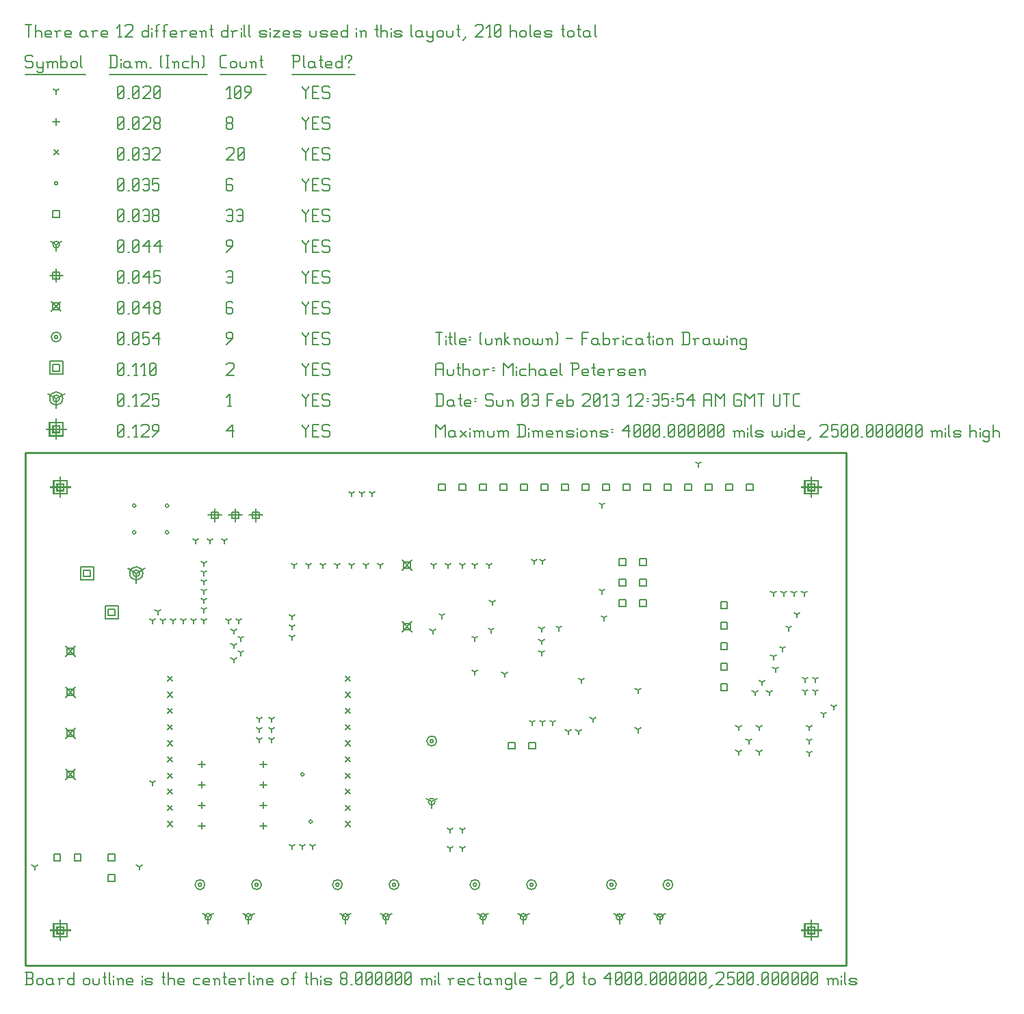
<source format=gbr>
G04 start of page 9 for group -3984 idx -3984 *
G04 Title: (unknown), fab *
G04 Creator: pcb 20110918 *
G04 CreationDate: Sun 03 Feb 2013 12:35:54 AM GMT UTC *
G04 For: petersen *
G04 Format: Gerber/RS-274X *
G04 PCB-Dimensions: 400000 250000 *
G04 PCB-Coordinate-Origin: lower left *
%MOIN*%
%FSLAX25Y25*%
%LNFAB*%
%ADD141C,0.0100*%
%ADD140C,0.0060*%
%ADD139R,0.0080X0.0080*%
G54D139*X17000Y237800D02*Y228200D01*
X12200Y233000D02*X21800D01*
X15400Y234600D02*X18600D01*
X15400D02*Y231400D01*
X18600D01*
Y234600D02*Y231400D01*
X13800Y236200D02*X20200D01*
X13800D02*Y229800D01*
X20200D01*
Y236200D02*Y229800D01*
X383000Y21800D02*Y12200D01*
X378200Y17000D02*X387800D01*
X381400Y18600D02*X384600D01*
X381400D02*Y15400D01*
X384600D01*
Y18600D02*Y15400D01*
X379800Y20200D02*X386200D01*
X379800D02*Y13800D01*
X386200D01*
Y20200D02*Y13800D01*
X17000Y21800D02*Y12200D01*
X12200Y17000D02*X21800D01*
X15400Y18600D02*X18600D01*
X15400D02*Y15400D01*
X18600D01*
Y18600D02*Y15400D01*
X13800Y20200D02*X20200D01*
X13800D02*Y13800D01*
X20200D01*
Y20200D02*Y13800D01*
X383000Y237800D02*Y228200D01*
X378200Y233000D02*X387800D01*
X381400Y234600D02*X384600D01*
X381400D02*Y231400D01*
X384600D01*
Y234600D02*Y231400D01*
X379800Y236200D02*X386200D01*
X379800D02*Y229800D01*
X386200D01*
Y236200D02*Y229800D01*
X15000Y266050D02*Y256450D01*
X10200Y261250D02*X19800D01*
X13400Y262850D02*X16600D01*
X13400D02*Y259650D01*
X16600D01*
Y262850D02*Y259650D01*
X11800Y264450D02*X18200D01*
X11800D02*Y258050D01*
X18200D01*
Y264450D02*Y258050D01*
G54D140*X135000Y263500D02*Y262750D01*
X136500Y261250D01*
X138000Y262750D01*
Y263500D02*Y262750D01*
X136500Y261250D02*Y257500D01*
X139800Y260500D02*X142050D01*
X139800Y257500D02*X142800D01*
X139800Y263500D02*Y257500D01*
Y263500D02*X142800D01*
X147600D02*X148350Y262750D01*
X145350Y263500D02*X147600D01*
X144600Y262750D02*X145350Y263500D01*
X144600Y262750D02*Y261250D01*
X145350Y260500D01*
X147600D01*
X148350Y259750D01*
Y258250D01*
X147600Y257500D02*X148350Y258250D01*
X145350Y257500D02*X147600D01*
X144600Y258250D02*X145350Y257500D01*
X98000Y260500D02*X101000Y263500D01*
X98000Y260500D02*X101750D01*
X101000Y263500D02*Y257500D01*
X45000Y258250D02*X45750Y257500D01*
X45000Y262750D02*Y258250D01*
Y262750D02*X45750Y263500D01*
X47250D01*
X48000Y262750D01*
Y258250D01*
X47250Y257500D02*X48000Y258250D01*
X45750Y257500D02*X47250D01*
X45000Y259000D02*X48000Y262000D01*
X49800Y257500D02*X50550D01*
X53100D02*X54600D01*
X53850Y263500D02*Y257500D01*
X52350Y262000D02*X53850Y263500D01*
X56400Y262750D02*X57150Y263500D01*
X59400D01*
X60150Y262750D01*
Y261250D01*
X56400Y257500D02*X60150Y261250D01*
X56400Y257500D02*X60150D01*
X61950D02*X64950Y260500D01*
Y262750D02*Y260500D01*
X64200Y263500D02*X64950Y262750D01*
X62700Y263500D02*X64200D01*
X61950Y262750D02*X62700Y263500D01*
X61950Y262750D02*Y261250D01*
X62700Y260500D01*
X64950D01*
X54000Y191000D02*Y186200D01*
Y191000D02*X58160Y193400D01*
X54000Y191000D02*X49840Y193400D01*
X52400Y191000D02*G75*G03X55600Y191000I1600J0D01*G01*
G75*G03X52400Y191000I-1600J0D01*G01*
X50800D02*G75*G03X57200Y191000I3200J0D01*G01*
G75*G03X50800Y191000I-3200J0D01*G01*
X15000Y276250D02*Y271450D01*
Y276250D02*X19160Y278650D01*
X15000Y276250D02*X10840Y278650D01*
X13400Y276250D02*G75*G03X16600Y276250I1600J0D01*G01*
G75*G03X13400Y276250I-1600J0D01*G01*
X11800D02*G75*G03X18200Y276250I3200J0D01*G01*
G75*G03X11800Y276250I-3200J0D01*G01*
X135000Y278500D02*Y277750D01*
X136500Y276250D01*
X138000Y277750D01*
Y278500D02*Y277750D01*
X136500Y276250D02*Y272500D01*
X139800Y275500D02*X142050D01*
X139800Y272500D02*X142800D01*
X139800Y278500D02*Y272500D01*
Y278500D02*X142800D01*
X147600D02*X148350Y277750D01*
X145350Y278500D02*X147600D01*
X144600Y277750D02*X145350Y278500D01*
X144600Y277750D02*Y276250D01*
X145350Y275500D01*
X147600D01*
X148350Y274750D01*
Y273250D01*
X147600Y272500D02*X148350Y273250D01*
X145350Y272500D02*X147600D01*
X144600Y273250D02*X145350Y272500D01*
X98750D02*X100250D01*
X99500Y278500D02*Y272500D01*
X98000Y277000D02*X99500Y278500D01*
X45000Y273250D02*X45750Y272500D01*
X45000Y277750D02*Y273250D01*
Y277750D02*X45750Y278500D01*
X47250D01*
X48000Y277750D01*
Y273250D01*
X47250Y272500D02*X48000Y273250D01*
X45750Y272500D02*X47250D01*
X45000Y274000D02*X48000Y277000D01*
X49800Y272500D02*X50550D01*
X53100D02*X54600D01*
X53850Y278500D02*Y272500D01*
X52350Y277000D02*X53850Y278500D01*
X56400Y277750D02*X57150Y278500D01*
X59400D01*
X60150Y277750D01*
Y276250D01*
X56400Y272500D02*X60150Y276250D01*
X56400Y272500D02*X60150D01*
X61950Y278500D02*X64950D01*
X61950D02*Y275500D01*
X62700Y276250D01*
X64200D01*
X64950Y275500D01*
Y273250D01*
X64200Y272500D02*X64950Y273250D01*
X62700Y272500D02*X64200D01*
X61950Y273250D02*X62700Y272500D01*
X28400Y192600D02*X31600D01*
X28400D02*Y189400D01*
X31600D01*
Y192600D02*Y189400D01*
X26800Y194200D02*X33200D01*
X26800D02*Y187800D01*
X33200D01*
Y194200D02*Y187800D01*
X40400Y173600D02*X43600D01*
X40400D02*Y170400D01*
X43600D01*
Y173600D02*Y170400D01*
X38800Y175200D02*X45200D01*
X38800D02*Y168800D01*
X45200D01*
Y175200D02*Y168800D01*
X13400Y292850D02*X16600D01*
X13400D02*Y289650D01*
X16600D01*
Y292850D02*Y289650D01*
X11800Y294450D02*X18200D01*
X11800D02*Y288050D01*
X18200D01*
Y294450D02*Y288050D01*
X135000Y293500D02*Y292750D01*
X136500Y291250D01*
X138000Y292750D01*
Y293500D02*Y292750D01*
X136500Y291250D02*Y287500D01*
X139800Y290500D02*X142050D01*
X139800Y287500D02*X142800D01*
X139800Y293500D02*Y287500D01*
Y293500D02*X142800D01*
X147600D02*X148350Y292750D01*
X145350Y293500D02*X147600D01*
X144600Y292750D02*X145350Y293500D01*
X144600Y292750D02*Y291250D01*
X145350Y290500D01*
X147600D01*
X148350Y289750D01*
Y288250D01*
X147600Y287500D02*X148350Y288250D01*
X145350Y287500D02*X147600D01*
X144600Y288250D02*X145350Y287500D01*
X98000Y292750D02*X98750Y293500D01*
X101000D01*
X101750Y292750D01*
Y291250D01*
X98000Y287500D02*X101750Y291250D01*
X98000Y287500D02*X101750D01*
X45000Y288250D02*X45750Y287500D01*
X45000Y292750D02*Y288250D01*
Y292750D02*X45750Y293500D01*
X47250D01*
X48000Y292750D01*
Y288250D01*
X47250Y287500D02*X48000Y288250D01*
X45750Y287500D02*X47250D01*
X45000Y289000D02*X48000Y292000D01*
X49800Y287500D02*X50550D01*
X53100D02*X54600D01*
X53850Y293500D02*Y287500D01*
X52350Y292000D02*X53850Y293500D01*
X57150Y287500D02*X58650D01*
X57900Y293500D02*Y287500D01*
X56400Y292000D02*X57900Y293500D01*
X60450Y288250D02*X61200Y287500D01*
X60450Y292750D02*Y288250D01*
Y292750D02*X61200Y293500D01*
X62700D01*
X63450Y292750D01*
Y288250D01*
X62700Y287500D02*X63450Y288250D01*
X61200Y287500D02*X62700D01*
X60450Y289000D02*X63450Y292000D01*
X197200Y109264D02*G75*G03X198800Y109264I800J0D01*G01*
G75*G03X197200Y109264I-800J0D01*G01*
X195600D02*G75*G03X200400Y109264I2400J0D01*G01*
G75*G03X195600Y109264I-2400J0D01*G01*
X84263Y39248D02*G75*G03X85863Y39248I800J0D01*G01*
G75*G03X84263Y39248I-800J0D01*G01*
X82663D02*G75*G03X87463Y39248I2400J0D01*G01*
G75*G03X82663Y39248I-2400J0D01*G01*
X111822D02*G75*G03X113422Y39248I800J0D01*G01*
G75*G03X111822Y39248I-800J0D01*G01*
X110222D02*G75*G03X115022Y39248I2400J0D01*G01*
G75*G03X110222Y39248I-2400J0D01*G01*
X151263D02*G75*G03X152863Y39248I800J0D01*G01*
G75*G03X151263Y39248I-800J0D01*G01*
X149663D02*G75*G03X154463Y39248I2400J0D01*G01*
G75*G03X149663Y39248I-2400J0D01*G01*
X178822D02*G75*G03X180422Y39248I800J0D01*G01*
G75*G03X178822Y39248I-800J0D01*G01*
X177222D02*G75*G03X182022Y39248I2400J0D01*G01*
G75*G03X177222Y39248I-2400J0D01*G01*
X218263D02*G75*G03X219863Y39248I800J0D01*G01*
G75*G03X218263Y39248I-800J0D01*G01*
X216663D02*G75*G03X221463Y39248I2400J0D01*G01*
G75*G03X216663Y39248I-2400J0D01*G01*
X245822D02*G75*G03X247422Y39248I800J0D01*G01*
G75*G03X245822Y39248I-800J0D01*G01*
X244222D02*G75*G03X249022Y39248I2400J0D01*G01*
G75*G03X244222Y39248I-2400J0D01*G01*
X284763D02*G75*G03X286363Y39248I800J0D01*G01*
G75*G03X284763Y39248I-800J0D01*G01*
X283163D02*G75*G03X287963Y39248I2400J0D01*G01*
G75*G03X283163Y39248I-2400J0D01*G01*
X312322D02*G75*G03X313922Y39248I800J0D01*G01*
G75*G03X312322Y39248I-800J0D01*G01*
X310722D02*G75*G03X315522Y39248I2400J0D01*G01*
G75*G03X310722Y39248I-2400J0D01*G01*
X14200Y306250D02*G75*G03X15800Y306250I800J0D01*G01*
G75*G03X14200Y306250I-800J0D01*G01*
X12600D02*G75*G03X17400Y306250I2400J0D01*G01*
G75*G03X12600Y306250I-2400J0D01*G01*
X135000Y308500D02*Y307750D01*
X136500Y306250D01*
X138000Y307750D01*
Y308500D02*Y307750D01*
X136500Y306250D02*Y302500D01*
X139800Y305500D02*X142050D01*
X139800Y302500D02*X142800D01*
X139800Y308500D02*Y302500D01*
Y308500D02*X142800D01*
X147600D02*X148350Y307750D01*
X145350Y308500D02*X147600D01*
X144600Y307750D02*X145350Y308500D01*
X144600Y307750D02*Y306250D01*
X145350Y305500D01*
X147600D01*
X148350Y304750D01*
Y303250D01*
X147600Y302500D02*X148350Y303250D01*
X145350Y302500D02*X147600D01*
X144600Y303250D02*X145350Y302500D01*
X98000D02*X101000Y305500D01*
Y307750D02*Y305500D01*
X100250Y308500D02*X101000Y307750D01*
X98750Y308500D02*X100250D01*
X98000Y307750D02*X98750Y308500D01*
X98000Y307750D02*Y306250D01*
X98750Y305500D01*
X101000D01*
X45000Y303250D02*X45750Y302500D01*
X45000Y307750D02*Y303250D01*
Y307750D02*X45750Y308500D01*
X47250D01*
X48000Y307750D01*
Y303250D01*
X47250Y302500D02*X48000Y303250D01*
X45750Y302500D02*X47250D01*
X45000Y304000D02*X48000Y307000D01*
X49800Y302500D02*X50550D01*
X52350Y303250D02*X53100Y302500D01*
X52350Y307750D02*Y303250D01*
Y307750D02*X53100Y308500D01*
X54600D01*
X55350Y307750D01*
Y303250D01*
X54600Y302500D02*X55350Y303250D01*
X53100Y302500D02*X54600D01*
X52350Y304000D02*X55350Y307000D01*
X57150Y308500D02*X60150D01*
X57150D02*Y305500D01*
X57900Y306250D01*
X59400D01*
X60150Y305500D01*
Y303250D01*
X59400Y302500D02*X60150Y303250D01*
X57900Y302500D02*X59400D01*
X57150Y303250D02*X57900Y302500D01*
X61950Y305500D02*X64950Y308500D01*
X61950Y305500D02*X65700D01*
X64950Y308500D02*Y302500D01*
X19600Y115400D02*X24400Y110600D01*
X19600D02*X24400Y115400D01*
X20400Y114600D02*X23600D01*
X20400D02*Y111400D01*
X23600D01*
Y114600D02*Y111400D01*
X19600Y95400D02*X24400Y90600D01*
X19600D02*X24400Y95400D01*
X20400Y94600D02*X23600D01*
X20400D02*Y91400D01*
X23600D01*
Y94600D02*Y91400D01*
X19600Y155400D02*X24400Y150600D01*
X19600D02*X24400Y155400D01*
X20400Y154600D02*X23600D01*
X20400D02*Y151400D01*
X23600D01*
Y154600D02*Y151400D01*
X19600Y135400D02*X24400Y130600D01*
X19600D02*X24400Y135400D01*
X20400Y134600D02*X23600D01*
X20400D02*Y131400D01*
X23600D01*
Y134600D02*Y131400D01*
X183600Y197400D02*X188400Y192600D01*
X183600D02*X188400Y197400D01*
X184400Y196600D02*X187600D01*
X184400D02*Y193400D01*
X187600D01*
Y196600D02*Y193400D01*
X183600Y167400D02*X188400Y162600D01*
X183600D02*X188400Y167400D01*
X184400Y166600D02*X187600D01*
X184400D02*Y163400D01*
X187600D01*
Y166600D02*Y163400D01*
X12600Y323650D02*X17400Y318850D01*
X12600D02*X17400Y323650D01*
X13400Y322850D02*X16600D01*
X13400D02*Y319650D01*
X16600D01*
Y322850D02*Y319650D01*
X135000Y323500D02*Y322750D01*
X136500Y321250D01*
X138000Y322750D01*
Y323500D02*Y322750D01*
X136500Y321250D02*Y317500D01*
X139800Y320500D02*X142050D01*
X139800Y317500D02*X142800D01*
X139800Y323500D02*Y317500D01*
Y323500D02*X142800D01*
X147600D02*X148350Y322750D01*
X145350Y323500D02*X147600D01*
X144600Y322750D02*X145350Y323500D01*
X144600Y322750D02*Y321250D01*
X145350Y320500D01*
X147600D01*
X148350Y319750D01*
Y318250D01*
X147600Y317500D02*X148350Y318250D01*
X145350Y317500D02*X147600D01*
X144600Y318250D02*X145350Y317500D01*
X100250Y323500D02*X101000Y322750D01*
X98750Y323500D02*X100250D01*
X98000Y322750D02*X98750Y323500D01*
X98000Y322750D02*Y318250D01*
X98750Y317500D01*
X100250Y320500D02*X101000Y319750D01*
X98000Y320500D02*X100250D01*
X98750Y317500D02*X100250D01*
X101000Y318250D01*
Y319750D02*Y318250D01*
X45000D02*X45750Y317500D01*
X45000Y322750D02*Y318250D01*
Y322750D02*X45750Y323500D01*
X47250D01*
X48000Y322750D01*
Y318250D01*
X47250Y317500D02*X48000Y318250D01*
X45750Y317500D02*X47250D01*
X45000Y319000D02*X48000Y322000D01*
X49800Y317500D02*X50550D01*
X52350Y318250D02*X53100Y317500D01*
X52350Y322750D02*Y318250D01*
Y322750D02*X53100Y323500D01*
X54600D01*
X55350Y322750D01*
Y318250D01*
X54600Y317500D02*X55350Y318250D01*
X53100Y317500D02*X54600D01*
X52350Y319000D02*X55350Y322000D01*
X57150Y320500D02*X60150Y323500D01*
X57150Y320500D02*X60900D01*
X60150Y323500D02*Y317500D01*
X62700Y318250D02*X63450Y317500D01*
X62700Y319750D02*Y318250D01*
Y319750D02*X63450Y320500D01*
X64950D01*
X65700Y319750D01*
Y318250D01*
X64950Y317500D02*X65700Y318250D01*
X63450Y317500D02*X64950D01*
X62700Y321250D02*X63450Y320500D01*
X62700Y322750D02*Y321250D01*
Y322750D02*X63450Y323500D01*
X64950D01*
X65700Y322750D01*
Y321250D01*
X64950Y320500D02*X65700Y321250D01*
X112300Y222600D02*Y216200D01*
X109100Y219400D02*X115500D01*
X110700Y221000D02*X113900D01*
X110700D02*Y217800D01*
X113900D01*
Y221000D02*Y217800D01*
X102300Y222600D02*Y216200D01*
X99100Y219400D02*X105500D01*
X100700Y221000D02*X103900D01*
X100700D02*Y217800D01*
X103900D01*
Y221000D02*Y217800D01*
X92300Y222600D02*Y216200D01*
X89100Y219400D02*X95500D01*
X90700Y221000D02*X93900D01*
X90700D02*Y217800D01*
X93900D01*
Y221000D02*Y217800D01*
X15000Y339450D02*Y333050D01*
X11800Y336250D02*X18200D01*
X13400Y337850D02*X16600D01*
X13400D02*Y334650D01*
X16600D01*
Y337850D02*Y334650D01*
X135000Y338500D02*Y337750D01*
X136500Y336250D01*
X138000Y337750D01*
Y338500D02*Y337750D01*
X136500Y336250D02*Y332500D01*
X139800Y335500D02*X142050D01*
X139800Y332500D02*X142800D01*
X139800Y338500D02*Y332500D01*
Y338500D02*X142800D01*
X147600D02*X148350Y337750D01*
X145350Y338500D02*X147600D01*
X144600Y337750D02*X145350Y338500D01*
X144600Y337750D02*Y336250D01*
X145350Y335500D01*
X147600D01*
X148350Y334750D01*
Y333250D01*
X147600Y332500D02*X148350Y333250D01*
X145350Y332500D02*X147600D01*
X144600Y333250D02*X145350Y332500D01*
X98000Y337750D02*X98750Y338500D01*
X100250D01*
X101000Y337750D01*
Y333250D01*
X100250Y332500D02*X101000Y333250D01*
X98750Y332500D02*X100250D01*
X98000Y333250D02*X98750Y332500D01*
Y335500D02*X101000D01*
X45000Y333250D02*X45750Y332500D01*
X45000Y337750D02*Y333250D01*
Y337750D02*X45750Y338500D01*
X47250D01*
X48000Y337750D01*
Y333250D01*
X47250Y332500D02*X48000Y333250D01*
X45750Y332500D02*X47250D01*
X45000Y334000D02*X48000Y337000D01*
X49800Y332500D02*X50550D01*
X52350Y333250D02*X53100Y332500D01*
X52350Y337750D02*Y333250D01*
Y337750D02*X53100Y338500D01*
X54600D01*
X55350Y337750D01*
Y333250D01*
X54600Y332500D02*X55350Y333250D01*
X53100Y332500D02*X54600D01*
X52350Y334000D02*X55350Y337000D01*
X57150Y335500D02*X60150Y338500D01*
X57150Y335500D02*X60900D01*
X60150Y338500D02*Y332500D01*
X62700Y338500D02*X65700D01*
X62700D02*Y335500D01*
X63450Y336250D01*
X64950D01*
X65700Y335500D01*
Y333250D01*
X64950Y332500D02*X65700Y333250D01*
X63450Y332500D02*X64950D01*
X62700Y333250D02*X63450Y332500D01*
X198000Y79736D02*Y76536D01*
Y79736D02*X200773Y81336D01*
X198000Y79736D02*X195227Y81336D01*
X196400Y79736D02*G75*G03X199600Y79736I1600J0D01*G01*
G75*G03X196400Y79736I-1600J0D01*G01*
X89000Y23500D02*Y20300D01*
Y23500D02*X91773Y25100D01*
X89000Y23500D02*X86227Y25100D01*
X87400Y23500D02*G75*G03X90600Y23500I1600J0D01*G01*
G75*G03X87400Y23500I-1600J0D01*G01*
X108685D02*Y20300D01*
Y23500D02*X111458Y25100D01*
X108685Y23500D02*X105912Y25100D01*
X107085Y23500D02*G75*G03X110285Y23500I1600J0D01*G01*
G75*G03X107085Y23500I-1600J0D01*G01*
X156000D02*Y20300D01*
Y23500D02*X158773Y25100D01*
X156000Y23500D02*X153227Y25100D01*
X154400Y23500D02*G75*G03X157600Y23500I1600J0D01*G01*
G75*G03X154400Y23500I-1600J0D01*G01*
X175685D02*Y20300D01*
Y23500D02*X178458Y25100D01*
X175685Y23500D02*X172912Y25100D01*
X174085Y23500D02*G75*G03X177285Y23500I1600J0D01*G01*
G75*G03X174085Y23500I-1600J0D01*G01*
X223000D02*Y20300D01*
Y23500D02*X225773Y25100D01*
X223000Y23500D02*X220227Y25100D01*
X221400Y23500D02*G75*G03X224600Y23500I1600J0D01*G01*
G75*G03X221400Y23500I-1600J0D01*G01*
X242685D02*Y20300D01*
Y23500D02*X245458Y25100D01*
X242685Y23500D02*X239912Y25100D01*
X241085Y23500D02*G75*G03X244285Y23500I1600J0D01*G01*
G75*G03X241085Y23500I-1600J0D01*G01*
X289500D02*Y20300D01*
Y23500D02*X292273Y25100D01*
X289500Y23500D02*X286727Y25100D01*
X287900Y23500D02*G75*G03X291100Y23500I1600J0D01*G01*
G75*G03X287900Y23500I-1600J0D01*G01*
X309185D02*Y20300D01*
Y23500D02*X311958Y25100D01*
X309185Y23500D02*X306412Y25100D01*
X307585Y23500D02*G75*G03X310785Y23500I1600J0D01*G01*
G75*G03X307585Y23500I-1600J0D01*G01*
X15000Y351250D02*Y348050D01*
Y351250D02*X17773Y352850D01*
X15000Y351250D02*X12227Y352850D01*
X13400Y351250D02*G75*G03X16600Y351250I1600J0D01*G01*
G75*G03X13400Y351250I-1600J0D01*G01*
X135000Y353500D02*Y352750D01*
X136500Y351250D01*
X138000Y352750D01*
Y353500D02*Y352750D01*
X136500Y351250D02*Y347500D01*
X139800Y350500D02*X142050D01*
X139800Y347500D02*X142800D01*
X139800Y353500D02*Y347500D01*
Y353500D02*X142800D01*
X147600D02*X148350Y352750D01*
X145350Y353500D02*X147600D01*
X144600Y352750D02*X145350Y353500D01*
X144600Y352750D02*Y351250D01*
X145350Y350500D01*
X147600D01*
X148350Y349750D01*
Y348250D01*
X147600Y347500D02*X148350Y348250D01*
X145350Y347500D02*X147600D01*
X144600Y348250D02*X145350Y347500D01*
X98000D02*X101000Y350500D01*
Y352750D02*Y350500D01*
X100250Y353500D02*X101000Y352750D01*
X98750Y353500D02*X100250D01*
X98000Y352750D02*X98750Y353500D01*
X98000Y352750D02*Y351250D01*
X98750Y350500D01*
X101000D01*
X45000Y348250D02*X45750Y347500D01*
X45000Y352750D02*Y348250D01*
Y352750D02*X45750Y353500D01*
X47250D01*
X48000Y352750D01*
Y348250D01*
X47250Y347500D02*X48000Y348250D01*
X45750Y347500D02*X47250D01*
X45000Y349000D02*X48000Y352000D01*
X49800Y347500D02*X50550D01*
X52350Y348250D02*X53100Y347500D01*
X52350Y352750D02*Y348250D01*
Y352750D02*X53100Y353500D01*
X54600D01*
X55350Y352750D01*
Y348250D01*
X54600Y347500D02*X55350Y348250D01*
X53100Y347500D02*X54600D01*
X52350Y349000D02*X55350Y352000D01*
X57150Y350500D02*X60150Y353500D01*
X57150Y350500D02*X60900D01*
X60150Y353500D02*Y347500D01*
X62700Y350500D02*X65700Y353500D01*
X62700Y350500D02*X66450D01*
X65700Y353500D02*Y347500D01*
X351400Y234600D02*X354600D01*
X351400D02*Y231400D01*
X354600D01*
Y234600D02*Y231400D01*
X341400Y234600D02*X344600D01*
X341400D02*Y231400D01*
X344600D01*
Y234600D02*Y231400D01*
X331400Y234600D02*X334600D01*
X331400D02*Y231400D01*
X334600D01*
Y234600D02*Y231400D01*
X321400Y234600D02*X324600D01*
X321400D02*Y231400D01*
X324600D01*
Y234600D02*Y231400D01*
X311400Y234600D02*X314600D01*
X311400D02*Y231400D01*
X314600D01*
Y234600D02*Y231400D01*
X301400Y234600D02*X304600D01*
X301400D02*Y231400D01*
X304600D01*
Y234600D02*Y231400D01*
X291400Y234600D02*X294600D01*
X291400D02*Y231400D01*
X294600D01*
Y234600D02*Y231400D01*
X281400Y234600D02*X284600D01*
X281400D02*Y231400D01*
X284600D01*
Y234600D02*Y231400D01*
X271400Y234600D02*X274600D01*
X271400D02*Y231400D01*
X274600D01*
Y234600D02*Y231400D01*
X261400Y234600D02*X264600D01*
X261400D02*Y231400D01*
X264600D01*
Y234600D02*Y231400D01*
X251400Y234600D02*X254600D01*
X251400D02*Y231400D01*
X254600D01*
Y234600D02*Y231400D01*
X241400Y234600D02*X244600D01*
X241400D02*Y231400D01*
X244600D01*
Y234600D02*Y231400D01*
X231400Y234600D02*X234600D01*
X231400D02*Y231400D01*
X234600D01*
Y234600D02*Y231400D01*
X221400Y234600D02*X224600D01*
X221400D02*Y231400D01*
X224600D01*
Y234600D02*Y231400D01*
X211400Y234600D02*X214600D01*
X211400D02*Y231400D01*
X214600D01*
Y234600D02*Y231400D01*
X201400Y234600D02*X204600D01*
X201400D02*Y231400D01*
X204600D01*
Y234600D02*Y231400D01*
X289400Y198100D02*X292600D01*
X289400D02*Y194900D01*
X292600D01*
Y198100D02*Y194900D01*
X289400Y188100D02*X292600D01*
X289400D02*Y184900D01*
X292600D01*
Y188100D02*Y184900D01*
X289400Y178100D02*X292600D01*
X289400D02*Y174900D01*
X292600D01*
Y178100D02*Y174900D01*
X299400Y198100D02*X302600D01*
X299400D02*Y194900D01*
X302600D01*
Y198100D02*Y194900D01*
X299400Y188100D02*X302600D01*
X299400D02*Y184900D01*
X302600D01*
Y188100D02*Y184900D01*
X299400Y178100D02*X302600D01*
X299400D02*Y174900D01*
X302600D01*
Y178100D02*Y174900D01*
X338900Y137100D02*X342100D01*
X338900D02*Y133900D01*
X342100D01*
Y137100D02*Y133900D01*
X338900Y147100D02*X342100D01*
X338900D02*Y143900D01*
X342100D01*
Y147100D02*Y143900D01*
X338900Y157100D02*X342100D01*
X338900D02*Y153900D01*
X342100D01*
Y157100D02*Y153900D01*
X338900Y167100D02*X342100D01*
X338900D02*Y163900D01*
X342100D01*
Y167100D02*Y163900D01*
X338900Y177100D02*X342100D01*
X338900D02*Y173900D01*
X342100D01*
Y177100D02*Y173900D01*
X235400Y108600D02*X238600D01*
X235400D02*Y105400D01*
X238600D01*
Y108600D02*Y105400D01*
X245400Y108600D02*X248600D01*
X245400D02*Y105400D01*
X248600D01*
Y108600D02*Y105400D01*
X13900Y54100D02*X17100D01*
X13900D02*Y50900D01*
X17100D01*
Y54100D02*Y50900D01*
X23900Y54100D02*X27100D01*
X23900D02*Y50900D01*
X27100D01*
Y54100D02*Y50900D01*
X40400Y54100D02*X43600D01*
X40400D02*Y50900D01*
X43600D01*
Y54100D02*Y50900D01*
X40400Y44100D02*X43600D01*
X40400D02*Y40900D01*
X43600D01*
Y44100D02*Y40900D01*
X13400Y367850D02*X16600D01*
X13400D02*Y364650D01*
X16600D01*
Y367850D02*Y364650D01*
X135000Y368500D02*Y367750D01*
X136500Y366250D01*
X138000Y367750D01*
Y368500D02*Y367750D01*
X136500Y366250D02*Y362500D01*
X139800Y365500D02*X142050D01*
X139800Y362500D02*X142800D01*
X139800Y368500D02*Y362500D01*
Y368500D02*X142800D01*
X147600D02*X148350Y367750D01*
X145350Y368500D02*X147600D01*
X144600Y367750D02*X145350Y368500D01*
X144600Y367750D02*Y366250D01*
X145350Y365500D01*
X147600D01*
X148350Y364750D01*
Y363250D01*
X147600Y362500D02*X148350Y363250D01*
X145350Y362500D02*X147600D01*
X144600Y363250D02*X145350Y362500D01*
X98000Y367750D02*X98750Y368500D01*
X100250D01*
X101000Y367750D01*
Y363250D01*
X100250Y362500D02*X101000Y363250D01*
X98750Y362500D02*X100250D01*
X98000Y363250D02*X98750Y362500D01*
Y365500D02*X101000D01*
X102800Y367750D02*X103550Y368500D01*
X105050D01*
X105800Y367750D01*
Y363250D01*
X105050Y362500D02*X105800Y363250D01*
X103550Y362500D02*X105050D01*
X102800Y363250D02*X103550Y362500D01*
Y365500D02*X105800D01*
X45000Y363250D02*X45750Y362500D01*
X45000Y367750D02*Y363250D01*
Y367750D02*X45750Y368500D01*
X47250D01*
X48000Y367750D01*
Y363250D01*
X47250Y362500D02*X48000Y363250D01*
X45750Y362500D02*X47250D01*
X45000Y364000D02*X48000Y367000D01*
X49800Y362500D02*X50550D01*
X52350Y363250D02*X53100Y362500D01*
X52350Y367750D02*Y363250D01*
Y367750D02*X53100Y368500D01*
X54600D01*
X55350Y367750D01*
Y363250D01*
X54600Y362500D02*X55350Y363250D01*
X53100Y362500D02*X54600D01*
X52350Y364000D02*X55350Y367000D01*
X57150Y367750D02*X57900Y368500D01*
X59400D01*
X60150Y367750D01*
Y363250D01*
X59400Y362500D02*X60150Y363250D01*
X57900Y362500D02*X59400D01*
X57150Y363250D02*X57900Y362500D01*
Y365500D02*X60150D01*
X61950Y363250D02*X62700Y362500D01*
X61950Y364750D02*Y363250D01*
Y364750D02*X62700Y365500D01*
X64200D01*
X64950Y364750D01*
Y363250D01*
X64200Y362500D02*X64950Y363250D01*
X62700Y362500D02*X64200D01*
X61950Y366250D02*X62700Y365500D01*
X61950Y367750D02*Y366250D01*
Y367750D02*X62700Y368500D01*
X64200D01*
X64950Y367750D01*
Y366250D01*
X64200Y365500D02*X64950Y366250D01*
X68200Y224000D02*G75*G03X69800Y224000I800J0D01*G01*
G75*G03X68200Y224000I-800J0D01*G01*
X52200D02*G75*G03X53800Y224000I800J0D01*G01*
G75*G03X52200Y224000I-800J0D01*G01*
X68200Y211000D02*G75*G03X69800Y211000I800J0D01*G01*
G75*G03X68200Y211000I-800J0D01*G01*
X52200D02*G75*G03X53800Y211000I800J0D01*G01*
G75*G03X52200Y211000I-800J0D01*G01*
X134200Y93000D02*G75*G03X135800Y93000I800J0D01*G01*
G75*G03X134200Y93000I-800J0D01*G01*
X138200Y70000D02*G75*G03X139800Y70000I800J0D01*G01*
G75*G03X138200Y70000I-800J0D01*G01*
X14200Y381250D02*G75*G03X15800Y381250I800J0D01*G01*
G75*G03X14200Y381250I-800J0D01*G01*
X135000Y383500D02*Y382750D01*
X136500Y381250D01*
X138000Y382750D01*
Y383500D02*Y382750D01*
X136500Y381250D02*Y377500D01*
X139800Y380500D02*X142050D01*
X139800Y377500D02*X142800D01*
X139800Y383500D02*Y377500D01*
Y383500D02*X142800D01*
X147600D02*X148350Y382750D01*
X145350Y383500D02*X147600D01*
X144600Y382750D02*X145350Y383500D01*
X144600Y382750D02*Y381250D01*
X145350Y380500D01*
X147600D01*
X148350Y379750D01*
Y378250D01*
X147600Y377500D02*X148350Y378250D01*
X145350Y377500D02*X147600D01*
X144600Y378250D02*X145350Y377500D01*
X100250Y383500D02*X101000Y382750D01*
X98750Y383500D02*X100250D01*
X98000Y382750D02*X98750Y383500D01*
X98000Y382750D02*Y378250D01*
X98750Y377500D01*
X100250Y380500D02*X101000Y379750D01*
X98000Y380500D02*X100250D01*
X98750Y377500D02*X100250D01*
X101000Y378250D01*
Y379750D02*Y378250D01*
X45000D02*X45750Y377500D01*
X45000Y382750D02*Y378250D01*
Y382750D02*X45750Y383500D01*
X47250D01*
X48000Y382750D01*
Y378250D01*
X47250Y377500D02*X48000Y378250D01*
X45750Y377500D02*X47250D01*
X45000Y379000D02*X48000Y382000D01*
X49800Y377500D02*X50550D01*
X52350Y378250D02*X53100Y377500D01*
X52350Y382750D02*Y378250D01*
Y382750D02*X53100Y383500D01*
X54600D01*
X55350Y382750D01*
Y378250D01*
X54600Y377500D02*X55350Y378250D01*
X53100Y377500D02*X54600D01*
X52350Y379000D02*X55350Y382000D01*
X57150Y382750D02*X57900Y383500D01*
X59400D01*
X60150Y382750D01*
Y378250D01*
X59400Y377500D02*X60150Y378250D01*
X57900Y377500D02*X59400D01*
X57150Y378250D02*X57900Y377500D01*
Y380500D02*X60150D01*
X61950Y383500D02*X64950D01*
X61950D02*Y380500D01*
X62700Y381250D01*
X64200D01*
X64950Y380500D01*
Y378250D01*
X64200Y377500D02*X64950Y378250D01*
X62700Y377500D02*X64200D01*
X61950Y378250D02*X62700Y377500D01*
X69193Y140900D02*X71593Y138500D01*
X69193D02*X71593Y140900D01*
X69193Y133026D02*X71593Y130626D01*
X69193D02*X71593Y133026D01*
X69193Y125152D02*X71593Y122752D01*
X69193D02*X71593Y125152D01*
X69193Y117278D02*X71593Y114878D01*
X69193D02*X71593Y117278D01*
X69193Y109404D02*X71593Y107004D01*
X69193D02*X71593Y109404D01*
X69193Y101530D02*X71593Y99130D01*
X69193D02*X71593Y101530D01*
X69193Y93656D02*X71593Y91256D01*
X69193D02*X71593Y93656D01*
X69193Y85782D02*X71593Y83382D01*
X69193D02*X71593Y85782D01*
X69193Y77908D02*X71593Y75508D01*
X69193D02*X71593Y77908D01*
X69193Y70034D02*X71593Y67634D01*
X69193D02*X71593Y70034D01*
X155807Y140900D02*X158207Y138500D01*
X155807D02*X158207Y140900D01*
X155807Y133026D02*X158207Y130626D01*
X155807D02*X158207Y133026D01*
X155807Y125152D02*X158207Y122752D01*
X155807D02*X158207Y125152D01*
X155807Y117278D02*X158207Y114878D01*
X155807D02*X158207Y117278D01*
X155807Y109404D02*X158207Y107004D01*
X155807D02*X158207Y109404D01*
X155807Y101530D02*X158207Y99130D01*
X155807D02*X158207Y101530D01*
X155807Y93656D02*X158207Y91256D01*
X155807D02*X158207Y93656D01*
X155807Y85782D02*X158207Y83382D01*
X155807D02*X158207Y85782D01*
X155807Y77908D02*X158207Y75508D01*
X155807D02*X158207Y77908D01*
X155807Y70034D02*X158207Y67634D01*
X155807D02*X158207Y70034D01*
X13800Y397450D02*X16200Y395050D01*
X13800D02*X16200Y397450D01*
X135000Y398500D02*Y397750D01*
X136500Y396250D01*
X138000Y397750D01*
Y398500D02*Y397750D01*
X136500Y396250D02*Y392500D01*
X139800Y395500D02*X142050D01*
X139800Y392500D02*X142800D01*
X139800Y398500D02*Y392500D01*
Y398500D02*X142800D01*
X147600D02*X148350Y397750D01*
X145350Y398500D02*X147600D01*
X144600Y397750D02*X145350Y398500D01*
X144600Y397750D02*Y396250D01*
X145350Y395500D01*
X147600D01*
X148350Y394750D01*
Y393250D01*
X147600Y392500D02*X148350Y393250D01*
X145350Y392500D02*X147600D01*
X144600Y393250D02*X145350Y392500D01*
X98000Y397750D02*X98750Y398500D01*
X101000D01*
X101750Y397750D01*
Y396250D01*
X98000Y392500D02*X101750Y396250D01*
X98000Y392500D02*X101750D01*
X103550Y393250D02*X104300Y392500D01*
X103550Y397750D02*Y393250D01*
Y397750D02*X104300Y398500D01*
X105800D01*
X106550Y397750D01*
Y393250D01*
X105800Y392500D02*X106550Y393250D01*
X104300Y392500D02*X105800D01*
X103550Y394000D02*X106550Y397000D01*
X45000Y393250D02*X45750Y392500D01*
X45000Y397750D02*Y393250D01*
Y397750D02*X45750Y398500D01*
X47250D01*
X48000Y397750D01*
Y393250D01*
X47250Y392500D02*X48000Y393250D01*
X45750Y392500D02*X47250D01*
X45000Y394000D02*X48000Y397000D01*
X49800Y392500D02*X50550D01*
X52350Y393250D02*X53100Y392500D01*
X52350Y397750D02*Y393250D01*
Y397750D02*X53100Y398500D01*
X54600D01*
X55350Y397750D01*
Y393250D01*
X54600Y392500D02*X55350Y393250D01*
X53100Y392500D02*X54600D01*
X52350Y394000D02*X55350Y397000D01*
X57150Y397750D02*X57900Y398500D01*
X59400D01*
X60150Y397750D01*
Y393250D01*
X59400Y392500D02*X60150Y393250D01*
X57900Y392500D02*X59400D01*
X57150Y393250D02*X57900Y392500D01*
Y395500D02*X60150D01*
X61950Y397750D02*X62700Y398500D01*
X64950D01*
X65700Y397750D01*
Y396250D01*
X61950Y392500D02*X65700Y396250D01*
X61950Y392500D02*X65700D01*
X116000Y69600D02*Y66400D01*
X114400Y68000D02*X117600D01*
X116000Y79600D02*Y76400D01*
X114400Y78000D02*X117600D01*
X116000Y89600D02*Y86400D01*
X114400Y88000D02*X117600D01*
X116000Y99600D02*Y96400D01*
X114400Y98000D02*X117600D01*
X86000Y99600D02*Y96400D01*
X84400Y98000D02*X87600D01*
X86000Y89600D02*Y86400D01*
X84400Y88000D02*X87600D01*
X86000Y79600D02*Y76400D01*
X84400Y78000D02*X87600D01*
X86000Y69600D02*Y66400D01*
X84400Y68000D02*X87600D01*
X15000Y412850D02*Y409650D01*
X13400Y411250D02*X16600D01*
X135000Y413500D02*Y412750D01*
X136500Y411250D01*
X138000Y412750D01*
Y413500D02*Y412750D01*
X136500Y411250D02*Y407500D01*
X139800Y410500D02*X142050D01*
X139800Y407500D02*X142800D01*
X139800Y413500D02*Y407500D01*
Y413500D02*X142800D01*
X147600D02*X148350Y412750D01*
X145350Y413500D02*X147600D01*
X144600Y412750D02*X145350Y413500D01*
X144600Y412750D02*Y411250D01*
X145350Y410500D01*
X147600D01*
X148350Y409750D01*
Y408250D01*
X147600Y407500D02*X148350Y408250D01*
X145350Y407500D02*X147600D01*
X144600Y408250D02*X145350Y407500D01*
X98000Y408250D02*X98750Y407500D01*
X98000Y409750D02*Y408250D01*
Y409750D02*X98750Y410500D01*
X100250D01*
X101000Y409750D01*
Y408250D01*
X100250Y407500D02*X101000Y408250D01*
X98750Y407500D02*X100250D01*
X98000Y411250D02*X98750Y410500D01*
X98000Y412750D02*Y411250D01*
Y412750D02*X98750Y413500D01*
X100250D01*
X101000Y412750D01*
Y411250D01*
X100250Y410500D02*X101000Y411250D01*
X45000Y408250D02*X45750Y407500D01*
X45000Y412750D02*Y408250D01*
Y412750D02*X45750Y413500D01*
X47250D01*
X48000Y412750D01*
Y408250D01*
X47250Y407500D02*X48000Y408250D01*
X45750Y407500D02*X47250D01*
X45000Y409000D02*X48000Y412000D01*
X49800Y407500D02*X50550D01*
X52350Y408250D02*X53100Y407500D01*
X52350Y412750D02*Y408250D01*
Y412750D02*X53100Y413500D01*
X54600D01*
X55350Y412750D01*
Y408250D01*
X54600Y407500D02*X55350Y408250D01*
X53100Y407500D02*X54600D01*
X52350Y409000D02*X55350Y412000D01*
X57150Y412750D02*X57900Y413500D01*
X60150D01*
X60900Y412750D01*
Y411250D01*
X57150Y407500D02*X60900Y411250D01*
X57150Y407500D02*X60900D01*
X62700Y408250D02*X63450Y407500D01*
X62700Y409750D02*Y408250D01*
Y409750D02*X63450Y410500D01*
X64950D01*
X65700Y409750D01*
Y408250D01*
X64950Y407500D02*X65700Y408250D01*
X63450Y407500D02*X64950D01*
X62700Y411250D02*X63450Y410500D01*
X62700Y412750D02*Y411250D01*
Y412750D02*X63450Y413500D01*
X64950D01*
X65700Y412750D01*
Y411250D01*
X64950Y410500D02*X65700Y411250D01*
X298500Y114894D02*Y113294D01*
Y114894D02*X299887Y115694D01*
X298500Y114894D02*X297113Y115694D01*
X298500Y134106D02*Y132506D01*
Y134106D02*X299887Y134906D01*
X298500Y134106D02*X297113Y134906D01*
X87000Y168000D02*Y166400D01*
Y168000D02*X88387Y168800D01*
X87000Y168000D02*X85613Y168800D01*
X99000Y168000D02*Y166400D01*
Y168000D02*X100387Y168800D01*
X99000Y168000D02*X97613Y168800D01*
X104000Y168000D02*Y166400D01*
Y168000D02*X105387Y168800D01*
X104000Y168000D02*X102613Y168800D01*
X120000Y110000D02*Y108400D01*
Y110000D02*X121387Y110800D01*
X120000Y110000D02*X118613Y110800D01*
X114000Y110000D02*Y108400D01*
Y110000D02*X115387Y110800D01*
X114000Y110000D02*X112613Y110800D01*
X114000Y115000D02*Y113400D01*
Y115000D02*X115387Y115800D01*
X114000Y115000D02*X112613Y115800D01*
X120000Y115000D02*Y113400D01*
Y115000D02*X121387Y115800D01*
X120000Y115000D02*X118613Y115800D01*
X135000Y58000D02*Y56400D01*
Y58000D02*X136387Y58800D01*
X135000Y58000D02*X133613Y58800D01*
X140000Y58000D02*Y56400D01*
Y58000D02*X141387Y58800D01*
X140000Y58000D02*X138613Y58800D01*
X114000Y120000D02*Y118400D01*
Y120000D02*X115387Y120800D01*
X114000Y120000D02*X112613Y120800D01*
X120000Y120000D02*Y118400D01*
Y120000D02*X121387Y120800D01*
X120000Y120000D02*X118613Y120800D01*
X62000Y89000D02*Y87400D01*
Y89000D02*X63387Y89800D01*
X62000Y89000D02*X60613Y89800D01*
X130000Y160000D02*Y158400D01*
Y160000D02*X131387Y160800D01*
X130000Y160000D02*X128613Y160800D01*
X130000Y165000D02*Y163400D01*
Y165000D02*X131387Y165800D01*
X130000Y165000D02*X128613Y165800D01*
X130000Y170000D02*Y168400D01*
Y170000D02*X131387Y170800D01*
X130000Y170000D02*X128613Y170800D01*
X169000Y230000D02*Y228400D01*
Y230000D02*X170387Y230800D01*
X169000Y230000D02*X167613Y230800D01*
X164000Y230000D02*Y228400D01*
Y230000D02*X165387Y230800D01*
X164000Y230000D02*X162613Y230800D01*
X159000Y230000D02*Y228400D01*
Y230000D02*X160387Y230800D01*
X159000Y230000D02*X157613Y230800D01*
X83000Y207000D02*Y205400D01*
Y207000D02*X84387Y207800D01*
X83000Y207000D02*X81613Y207800D01*
X90000Y207000D02*Y205400D01*
Y207000D02*X91387Y207800D01*
X90000Y207000D02*X88613Y207800D01*
X97000Y207000D02*Y205400D01*
Y207000D02*X98387Y207800D01*
X97000Y207000D02*X95613Y207800D01*
X131000Y195000D02*Y193400D01*
Y195000D02*X132387Y195800D01*
X131000Y195000D02*X129613Y195800D01*
X138000Y195000D02*Y193400D01*
Y195000D02*X139387Y195800D01*
X138000Y195000D02*X136613Y195800D01*
X145000Y195000D02*Y193400D01*
Y195000D02*X146387Y195800D01*
X145000Y195000D02*X143613Y195800D01*
X152000Y195000D02*Y193400D01*
Y195000D02*X153387Y195800D01*
X152000Y195000D02*X150613Y195800D01*
X159000Y195000D02*Y193400D01*
Y195000D02*X160387Y195800D01*
X159000Y195000D02*X157613Y195800D01*
X166000Y195000D02*Y193400D01*
Y195000D02*X167387Y195800D01*
X166000Y195000D02*X164613Y195800D01*
X173000Y195000D02*Y193400D01*
Y195000D02*X174387Y195800D01*
X173000Y195000D02*X171613Y195800D01*
X199000Y195000D02*Y193400D01*
Y195000D02*X200387Y195800D01*
X199000Y195000D02*X197613Y195800D01*
X206000Y195000D02*Y193400D01*
Y195000D02*X207387Y195800D01*
X206000Y195000D02*X204613Y195800D01*
X213000Y195000D02*Y193400D01*
Y195000D02*X214387Y195800D01*
X213000Y195000D02*X211613Y195800D01*
X219000Y195000D02*Y193400D01*
Y195000D02*X220387Y195800D01*
X219000Y195000D02*X217613Y195800D01*
X226000Y195000D02*Y193400D01*
Y195000D02*X227387Y195800D01*
X226000Y195000D02*X224613Y195800D01*
X251500Y164000D02*Y162400D01*
Y164000D02*X252887Y164800D01*
X251500Y164000D02*X250113Y164800D01*
X251500Y158000D02*Y156400D01*
Y158000D02*X252887Y158800D01*
X251500Y158000D02*X250113Y158800D01*
X251500Y152500D02*Y150900D01*
Y152500D02*X252887Y153300D01*
X251500Y152500D02*X250113Y153300D01*
X260000Y164500D02*Y162900D01*
Y164500D02*X261387Y165300D01*
X260000Y164500D02*X258613Y165300D01*
X247000Y118500D02*Y116900D01*
Y118500D02*X248387Y119300D01*
X247000Y118500D02*X245613Y119300D01*
X252000Y118500D02*Y116900D01*
Y118500D02*X253387Y119300D01*
X252000Y118500D02*X250613Y119300D01*
X257000Y118500D02*Y116900D01*
Y118500D02*X258387Y119300D01*
X257000Y118500D02*X255613Y119300D01*
X271000Y139000D02*Y137400D01*
Y139000D02*X272387Y139800D01*
X271000Y139000D02*X269613Y139800D01*
X276500Y120000D02*Y118400D01*
Y120000D02*X277887Y120800D01*
X276500Y120000D02*X275113Y120800D01*
X227500Y177000D02*Y175400D01*
Y177000D02*X228887Y177800D01*
X227500Y177000D02*X226113Y177800D01*
X233500Y142000D02*Y140400D01*
Y142000D02*X234887Y142800D01*
X233500Y142000D02*X232113Y142800D01*
X198500Y163000D02*Y161400D01*
Y163000D02*X199887Y163800D01*
X198500Y163000D02*X197113Y163800D01*
X203000Y170500D02*Y168900D01*
Y170500D02*X204387Y171300D01*
X203000Y170500D02*X201613Y171300D01*
X219000Y159500D02*Y157900D01*
Y159500D02*X220387Y160300D01*
X219000Y159500D02*X217613Y160300D01*
X248000Y197000D02*Y195400D01*
Y197000D02*X249387Y197800D01*
X248000Y197000D02*X246613Y197800D01*
X252000Y197000D02*Y195400D01*
Y197000D02*X253387Y197800D01*
X252000Y197000D02*X250613Y197800D01*
X281000Y182500D02*Y180900D01*
Y182500D02*X282387Y183300D01*
X281000Y182500D02*X279613Y183300D01*
X281000Y224500D02*Y222900D01*
Y224500D02*X282387Y225300D01*
X281000Y224500D02*X279613Y225300D01*
X282000Y169500D02*Y167900D01*
Y169500D02*X283387Y170300D01*
X282000Y169500D02*X280613Y170300D01*
X264500Y114000D02*Y112400D01*
Y114000D02*X265887Y114800D01*
X264500Y114000D02*X263113Y114800D01*
X269500Y114000D02*Y112400D01*
Y114000D02*X270887Y114800D01*
X269500Y114000D02*X268113Y114800D01*
X219000Y143000D02*Y141400D01*
Y143000D02*X220387Y143800D01*
X219000Y143000D02*X217613Y143800D01*
X213000Y66000D02*Y64400D01*
Y66000D02*X214387Y66800D01*
X213000Y66000D02*X211613Y66800D01*
X227000Y163500D02*Y161900D01*
Y163500D02*X228387Y164300D01*
X227000Y163500D02*X225613Y164300D01*
X130000Y58000D02*Y56400D01*
Y58000D02*X131387Y58800D01*
X130000Y58000D02*X128613Y58800D01*
X207000Y66000D02*Y64400D01*
Y66000D02*X208387Y66800D01*
X207000Y66000D02*X205613Y66800D01*
X213000Y57000D02*Y55400D01*
Y57000D02*X214387Y57800D01*
X213000Y57000D02*X211613Y57800D01*
X207000Y57000D02*Y55400D01*
Y57000D02*X208387Y57800D01*
X207000Y57000D02*X205613Y57800D01*
X101500Y163000D02*Y161400D01*
Y163000D02*X102887Y163800D01*
X101500Y163000D02*X100113Y163800D01*
X105000Y159500D02*Y157900D01*
Y159500D02*X106387Y160300D01*
X105000Y159500D02*X103613Y160300D01*
X101500Y156000D02*Y154400D01*
Y156000D02*X102887Y156800D01*
X101500Y156000D02*X100113Y156800D01*
X105000Y152500D02*Y150900D01*
Y152500D02*X106387Y153300D01*
X105000Y152500D02*X103613Y153300D01*
X101500Y149000D02*Y147400D01*
Y149000D02*X102887Y149800D01*
X101500Y149000D02*X100113Y149800D01*
X82000Y168000D02*Y166400D01*
Y168000D02*X83387Y168800D01*
X82000Y168000D02*X80613Y168800D01*
X77000Y168000D02*Y166400D01*
Y168000D02*X78387Y168800D01*
X77000Y168000D02*X75613Y168800D01*
X72000Y168000D02*Y166400D01*
Y168000D02*X73387Y168800D01*
X72000Y168000D02*X70613Y168800D01*
X67000Y168000D02*Y166400D01*
Y168000D02*X68387Y168800D01*
X67000Y168000D02*X65613Y168800D01*
X62000Y168000D02*Y166400D01*
Y168000D02*X63387Y168800D01*
X62000Y168000D02*X60613Y168800D01*
X64500Y172500D02*Y170900D01*
Y172500D02*X65887Y173300D01*
X64500Y172500D02*X63113Y173300D01*
X87000Y173500D02*Y171900D01*
Y173500D02*X88387Y174300D01*
X87000Y173500D02*X85613Y174300D01*
X87000Y178000D02*Y176400D01*
Y178000D02*X88387Y178800D01*
X87000Y178000D02*X85613Y178800D01*
X87000Y182500D02*Y180900D01*
Y182500D02*X88387Y183300D01*
X87000Y182500D02*X85613Y183300D01*
X87000Y187000D02*Y185400D01*
Y187000D02*X88387Y187800D01*
X87000Y187000D02*X85613Y187800D01*
X87000Y191500D02*Y189900D01*
Y191500D02*X88387Y192300D01*
X87000Y191500D02*X85613Y192300D01*
X87000Y196000D02*Y194400D01*
Y196000D02*X88387Y196800D01*
X87000Y196000D02*X85613Y196800D01*
X328000Y244500D02*Y242900D01*
Y244500D02*X329387Y245300D01*
X328000Y244500D02*X326613Y245300D01*
X4500Y48000D02*Y46400D01*
Y48000D02*X5887Y48800D01*
X4500Y48000D02*X3113Y48800D01*
X55500Y48000D02*Y46400D01*
Y48000D02*X56887Y48800D01*
X55500Y48000D02*X54113Y48800D01*
X389000Y122500D02*Y120900D01*
Y122500D02*X390387Y123300D01*
X389000Y122500D02*X387613Y123300D01*
X394000Y126000D02*Y124400D01*
Y126000D02*X395387Y126800D01*
X394000Y126000D02*X392613Y126800D01*
X376000Y171000D02*Y169400D01*
Y171000D02*X377387Y171800D01*
X376000Y171000D02*X374613Y171800D01*
X372000Y164500D02*Y162900D01*
Y164500D02*X373387Y165300D01*
X372000Y164500D02*X370613Y165300D01*
X369000Y154500D02*Y152900D01*
Y154500D02*X370387Y155300D01*
X369000Y154500D02*X367613Y155300D01*
X365500Y144500D02*Y142900D01*
Y144500D02*X366887Y145300D01*
X365500Y144500D02*X364113Y145300D01*
X362500Y133000D02*Y131400D01*
Y133000D02*X363887Y133800D01*
X362500Y133000D02*X361113Y133800D01*
X355500Y133000D02*Y131400D01*
Y133000D02*X356887Y133800D01*
X355500Y133000D02*X354113Y133800D01*
X359000Y138000D02*Y136400D01*
Y138000D02*X360387Y138800D01*
X359000Y138000D02*X357613Y138800D01*
X385000Y139500D02*Y137900D01*
Y139500D02*X386387Y140300D01*
X385000Y139500D02*X383613Y140300D01*
X385000Y133500D02*Y131900D01*
Y133500D02*X386387Y134300D01*
X385000Y133500D02*X383613Y134300D01*
X380000Y139500D02*Y137900D01*
Y139500D02*X381387Y140300D01*
X380000Y139500D02*X378613Y140300D01*
X380000Y133500D02*Y131900D01*
Y133500D02*X381387Y134300D01*
X380000Y133500D02*X378613Y134300D01*
X364500Y181500D02*Y179900D01*
Y181500D02*X365887Y182300D01*
X364500Y181500D02*X363113Y182300D01*
X369500Y181500D02*Y179900D01*
Y181500D02*X370887Y182300D01*
X369500Y181500D02*X368113Y182300D01*
X374500Y181500D02*Y179900D01*
Y181500D02*X375887Y182300D01*
X374500Y181500D02*X373113Y182300D01*
X379500Y181500D02*Y179900D01*
Y181500D02*X380887Y182300D01*
X379500Y181500D02*X378113Y182300D01*
X364500Y150500D02*Y148900D01*
Y150500D02*X365887Y151300D01*
X364500Y150500D02*X363113Y151300D01*
X347500Y116000D02*Y114400D01*
Y116000D02*X348887Y116800D01*
X347500Y116000D02*X346113Y116800D01*
X357500Y116000D02*Y114400D01*
Y116000D02*X358887Y116800D01*
X357500Y116000D02*X356113Y116800D01*
X352500Y109500D02*Y107900D01*
Y109500D02*X353887Y110300D01*
X352500Y109500D02*X351113Y110300D01*
X347500Y104000D02*Y102400D01*
Y104000D02*X348887Y104800D01*
X347500Y104000D02*X346113Y104800D01*
X357500Y104000D02*Y102400D01*
Y104000D02*X358887Y104800D01*
X357500Y104000D02*X356113Y104800D01*
X382000Y116000D02*Y114400D01*
Y116000D02*X383387Y116800D01*
X382000Y116000D02*X380613Y116800D01*
X382000Y109500D02*Y107900D01*
Y109500D02*X383387Y110300D01*
X382000Y109500D02*X380613Y110300D01*
X382000Y103500D02*Y101900D01*
Y103500D02*X383387Y104300D01*
X382000Y103500D02*X380613Y104300D01*
X15000Y426250D02*Y424650D01*
Y426250D02*X16387Y427050D01*
X15000Y426250D02*X13613Y427050D01*
X135000Y428500D02*Y427750D01*
X136500Y426250D01*
X138000Y427750D01*
Y428500D02*Y427750D01*
X136500Y426250D02*Y422500D01*
X139800Y425500D02*X142050D01*
X139800Y422500D02*X142800D01*
X139800Y428500D02*Y422500D01*
Y428500D02*X142800D01*
X147600D02*X148350Y427750D01*
X145350Y428500D02*X147600D01*
X144600Y427750D02*X145350Y428500D01*
X144600Y427750D02*Y426250D01*
X145350Y425500D01*
X147600D01*
X148350Y424750D01*
Y423250D01*
X147600Y422500D02*X148350Y423250D01*
X145350Y422500D02*X147600D01*
X144600Y423250D02*X145350Y422500D01*
X98750D02*X100250D01*
X99500Y428500D02*Y422500D01*
X98000Y427000D02*X99500Y428500D01*
X102050Y423250D02*X102800Y422500D01*
X102050Y427750D02*Y423250D01*
Y427750D02*X102800Y428500D01*
X104300D01*
X105050Y427750D01*
Y423250D01*
X104300Y422500D02*X105050Y423250D01*
X102800Y422500D02*X104300D01*
X102050Y424000D02*X105050Y427000D01*
X106850Y422500D02*X109850Y425500D01*
Y427750D02*Y425500D01*
X109100Y428500D02*X109850Y427750D01*
X107600Y428500D02*X109100D01*
X106850Y427750D02*X107600Y428500D01*
X106850Y427750D02*Y426250D01*
X107600Y425500D01*
X109850D01*
X45000Y423250D02*X45750Y422500D01*
X45000Y427750D02*Y423250D01*
Y427750D02*X45750Y428500D01*
X47250D01*
X48000Y427750D01*
Y423250D01*
X47250Y422500D02*X48000Y423250D01*
X45750Y422500D02*X47250D01*
X45000Y424000D02*X48000Y427000D01*
X49800Y422500D02*X50550D01*
X52350Y423250D02*X53100Y422500D01*
X52350Y427750D02*Y423250D01*
Y427750D02*X53100Y428500D01*
X54600D01*
X55350Y427750D01*
Y423250D01*
X54600Y422500D02*X55350Y423250D01*
X53100Y422500D02*X54600D01*
X52350Y424000D02*X55350Y427000D01*
X57150Y427750D02*X57900Y428500D01*
X60150D01*
X60900Y427750D01*
Y426250D01*
X57150Y422500D02*X60900Y426250D01*
X57150Y422500D02*X60900D01*
X62700Y423250D02*X63450Y422500D01*
X62700Y427750D02*Y423250D01*
Y427750D02*X63450Y428500D01*
X64950D01*
X65700Y427750D01*
Y423250D01*
X64950Y422500D02*X65700Y423250D01*
X63450Y422500D02*X64950D01*
X62700Y424000D02*X65700Y427000D01*
X3000Y443500D02*X3750Y442750D01*
X750Y443500D02*X3000D01*
X0Y442750D02*X750Y443500D01*
X0Y442750D02*Y441250D01*
X750Y440500D01*
X3000D01*
X3750Y439750D01*
Y438250D01*
X3000Y437500D02*X3750Y438250D01*
X750Y437500D02*X3000D01*
X0Y438250D02*X750Y437500D01*
X5550Y440500D02*Y438250D01*
X6300Y437500D01*
X8550Y440500D02*Y436000D01*
X7800Y435250D02*X8550Y436000D01*
X6300Y435250D02*X7800D01*
X5550Y436000D02*X6300Y435250D01*
Y437500D02*X7800D01*
X8550Y438250D01*
X11100Y439750D02*Y437500D01*
Y439750D02*X11850Y440500D01*
X12600D01*
X13350Y439750D01*
Y437500D01*
Y439750D02*X14100Y440500D01*
X14850D01*
X15600Y439750D01*
Y437500D01*
X10350Y440500D02*X11100Y439750D01*
X17400Y443500D02*Y437500D01*
Y438250D02*X18150Y437500D01*
X19650D01*
X20400Y438250D01*
Y439750D02*Y438250D01*
X19650Y440500D02*X20400Y439750D01*
X18150Y440500D02*X19650D01*
X17400Y439750D02*X18150Y440500D01*
X22200Y439750D02*Y438250D01*
Y439750D02*X22950Y440500D01*
X24450D01*
X25200Y439750D01*
Y438250D01*
X24450Y437500D02*X25200Y438250D01*
X22950Y437500D02*X24450D01*
X22200Y438250D02*X22950Y437500D01*
X27000Y443500D02*Y438250D01*
X27750Y437500D01*
X0Y434250D02*X29250D01*
X41750Y443500D02*Y437500D01*
X44000Y443500D02*X44750Y442750D01*
Y438250D01*
X44000Y437500D02*X44750Y438250D01*
X41000Y437500D02*X44000D01*
X41000Y443500D02*X44000D01*
X46550Y442000D02*Y441250D01*
Y439750D02*Y437500D01*
X50300Y440500D02*X51050Y439750D01*
X48800Y440500D02*X50300D01*
X48050Y439750D02*X48800Y440500D01*
X48050Y439750D02*Y438250D01*
X48800Y437500D01*
X51050Y440500D02*Y438250D01*
X51800Y437500D01*
X48800D02*X50300D01*
X51050Y438250D01*
X54350Y439750D02*Y437500D01*
Y439750D02*X55100Y440500D01*
X55850D01*
X56600Y439750D01*
Y437500D01*
Y439750D02*X57350Y440500D01*
X58100D01*
X58850Y439750D01*
Y437500D01*
X53600Y440500D02*X54350Y439750D01*
X60650Y437500D02*X61400D01*
X65900Y438250D02*X66650Y437500D01*
X65900Y442750D02*X66650Y443500D01*
X65900Y442750D02*Y438250D01*
X68450Y443500D02*X69950D01*
X69200D02*Y437500D01*
X68450D02*X69950D01*
X72500Y439750D02*Y437500D01*
Y439750D02*X73250Y440500D01*
X74000D01*
X74750Y439750D01*
Y437500D01*
X71750Y440500D02*X72500Y439750D01*
X77300Y440500D02*X79550D01*
X76550Y439750D02*X77300Y440500D01*
X76550Y439750D02*Y438250D01*
X77300Y437500D01*
X79550D01*
X81350Y443500D02*Y437500D01*
Y439750D02*X82100Y440500D01*
X83600D01*
X84350Y439750D01*
Y437500D01*
X86150Y443500D02*X86900Y442750D01*
Y438250D01*
X86150Y437500D02*X86900Y438250D01*
X41000Y434250D02*X88700D01*
X95750Y437500D02*X98000D01*
X95000Y438250D02*X95750Y437500D01*
X95000Y442750D02*Y438250D01*
Y442750D02*X95750Y443500D01*
X98000D01*
X99800Y439750D02*Y438250D01*
Y439750D02*X100550Y440500D01*
X102050D01*
X102800Y439750D01*
Y438250D01*
X102050Y437500D02*X102800Y438250D01*
X100550Y437500D02*X102050D01*
X99800Y438250D02*X100550Y437500D01*
X104600Y440500D02*Y438250D01*
X105350Y437500D01*
X106850D01*
X107600Y438250D01*
Y440500D02*Y438250D01*
X110150Y439750D02*Y437500D01*
Y439750D02*X110900Y440500D01*
X111650D01*
X112400Y439750D01*
Y437500D01*
X109400Y440500D02*X110150Y439750D01*
X114950Y443500D02*Y438250D01*
X115700Y437500D01*
X114200Y441250D02*X115700D01*
X95000Y434250D02*X117200D01*
X130750Y443500D02*Y437500D01*
X130000Y443500D02*X133000D01*
X133750Y442750D01*
Y441250D01*
X133000Y440500D02*X133750Y441250D01*
X130750Y440500D02*X133000D01*
X135550Y443500D02*Y438250D01*
X136300Y437500D01*
X140050Y440500D02*X140800Y439750D01*
X138550Y440500D02*X140050D01*
X137800Y439750D02*X138550Y440500D01*
X137800Y439750D02*Y438250D01*
X138550Y437500D01*
X140800Y440500D02*Y438250D01*
X141550Y437500D01*
X138550D02*X140050D01*
X140800Y438250D01*
X144100Y443500D02*Y438250D01*
X144850Y437500D01*
X143350Y441250D02*X144850D01*
X147100Y437500D02*X149350D01*
X146350Y438250D02*X147100Y437500D01*
X146350Y439750D02*Y438250D01*
Y439750D02*X147100Y440500D01*
X148600D01*
X149350Y439750D01*
X146350Y439000D02*X149350D01*
Y439750D02*Y439000D01*
X154150Y443500D02*Y437500D01*
X153400D02*X154150Y438250D01*
X151900Y437500D02*X153400D01*
X151150Y438250D02*X151900Y437500D01*
X151150Y439750D02*Y438250D01*
Y439750D02*X151900Y440500D01*
X153400D01*
X154150Y439750D01*
X157450Y440500D02*Y439750D01*
Y438250D02*Y437500D01*
X155950Y442750D02*Y442000D01*
Y442750D02*X156700Y443500D01*
X158200D01*
X158950Y442750D01*
Y442000D01*
X157450Y440500D02*X158950Y442000D01*
X130000Y434250D02*X160750D01*
X0Y458500D02*X3000D01*
X1500D02*Y452500D01*
X4800Y458500D02*Y452500D01*
Y454750D02*X5550Y455500D01*
X7050D01*
X7800Y454750D01*
Y452500D01*
X10350D02*X12600D01*
X9600Y453250D02*X10350Y452500D01*
X9600Y454750D02*Y453250D01*
Y454750D02*X10350Y455500D01*
X11850D01*
X12600Y454750D01*
X9600Y454000D02*X12600D01*
Y454750D02*Y454000D01*
X15150Y454750D02*Y452500D01*
Y454750D02*X15900Y455500D01*
X17400D01*
X14400D02*X15150Y454750D01*
X19950Y452500D02*X22200D01*
X19200Y453250D02*X19950Y452500D01*
X19200Y454750D02*Y453250D01*
Y454750D02*X19950Y455500D01*
X21450D01*
X22200Y454750D01*
X19200Y454000D02*X22200D01*
Y454750D02*Y454000D01*
X28950Y455500D02*X29700Y454750D01*
X27450Y455500D02*X28950D01*
X26700Y454750D02*X27450Y455500D01*
X26700Y454750D02*Y453250D01*
X27450Y452500D01*
X29700Y455500D02*Y453250D01*
X30450Y452500D01*
X27450D02*X28950D01*
X29700Y453250D01*
X33000Y454750D02*Y452500D01*
Y454750D02*X33750Y455500D01*
X35250D01*
X32250D02*X33000Y454750D01*
X37800Y452500D02*X40050D01*
X37050Y453250D02*X37800Y452500D01*
X37050Y454750D02*Y453250D01*
Y454750D02*X37800Y455500D01*
X39300D01*
X40050Y454750D01*
X37050Y454000D02*X40050D01*
Y454750D02*Y454000D01*
X45300Y452500D02*X46800D01*
X46050Y458500D02*Y452500D01*
X44550Y457000D02*X46050Y458500D01*
X48600Y457750D02*X49350Y458500D01*
X51600D01*
X52350Y457750D01*
Y456250D01*
X48600Y452500D02*X52350Y456250D01*
X48600Y452500D02*X52350D01*
X59850Y458500D02*Y452500D01*
X59100D02*X59850Y453250D01*
X57600Y452500D02*X59100D01*
X56850Y453250D02*X57600Y452500D01*
X56850Y454750D02*Y453250D01*
Y454750D02*X57600Y455500D01*
X59100D01*
X59850Y454750D01*
X61650Y457000D02*Y456250D01*
Y454750D02*Y452500D01*
X63900Y457750D02*Y452500D01*
Y457750D02*X64650Y458500D01*
X65400D01*
X63150Y455500D02*X64650D01*
X67650Y457750D02*Y452500D01*
Y457750D02*X68400Y458500D01*
X69150D01*
X66900Y455500D02*X68400D01*
X71400Y452500D02*X73650D01*
X70650Y453250D02*X71400Y452500D01*
X70650Y454750D02*Y453250D01*
Y454750D02*X71400Y455500D01*
X72900D01*
X73650Y454750D01*
X70650Y454000D02*X73650D01*
Y454750D02*Y454000D01*
X76200Y454750D02*Y452500D01*
Y454750D02*X76950Y455500D01*
X78450D01*
X75450D02*X76200Y454750D01*
X81000Y452500D02*X83250D01*
X80250Y453250D02*X81000Y452500D01*
X80250Y454750D02*Y453250D01*
Y454750D02*X81000Y455500D01*
X82500D01*
X83250Y454750D01*
X80250Y454000D02*X83250D01*
Y454750D02*Y454000D01*
X85800Y454750D02*Y452500D01*
Y454750D02*X86550Y455500D01*
X87300D01*
X88050Y454750D01*
Y452500D01*
X85050Y455500D02*X85800Y454750D01*
X90600Y458500D02*Y453250D01*
X91350Y452500D01*
X89850Y456250D02*X91350D01*
X98550Y458500D02*Y452500D01*
X97800D02*X98550Y453250D01*
X96300Y452500D02*X97800D01*
X95550Y453250D02*X96300Y452500D01*
X95550Y454750D02*Y453250D01*
Y454750D02*X96300Y455500D01*
X97800D01*
X98550Y454750D01*
X101100D02*Y452500D01*
Y454750D02*X101850Y455500D01*
X103350D01*
X100350D02*X101100Y454750D01*
X105150Y457000D02*Y456250D01*
Y454750D02*Y452500D01*
X106650Y458500D02*Y453250D01*
X107400Y452500D01*
X108900Y458500D02*Y453250D01*
X109650Y452500D01*
X114600D02*X116850D01*
X117600Y453250D01*
X116850Y454000D02*X117600Y453250D01*
X114600Y454000D02*X116850D01*
X113850Y454750D02*X114600Y454000D01*
X113850Y454750D02*X114600Y455500D01*
X116850D01*
X117600Y454750D01*
X113850Y453250D02*X114600Y452500D01*
X119400Y457000D02*Y456250D01*
Y454750D02*Y452500D01*
X120900Y455500D02*X123900D01*
X120900Y452500D02*X123900Y455500D01*
X120900Y452500D02*X123900D01*
X126450D02*X128700D01*
X125700Y453250D02*X126450Y452500D01*
X125700Y454750D02*Y453250D01*
Y454750D02*X126450Y455500D01*
X127950D01*
X128700Y454750D01*
X125700Y454000D02*X128700D01*
Y454750D02*Y454000D01*
X131250Y452500D02*X133500D01*
X134250Y453250D01*
X133500Y454000D02*X134250Y453250D01*
X131250Y454000D02*X133500D01*
X130500Y454750D02*X131250Y454000D01*
X130500Y454750D02*X131250Y455500D01*
X133500D01*
X134250Y454750D01*
X130500Y453250D02*X131250Y452500D01*
X138750Y455500D02*Y453250D01*
X139500Y452500D01*
X141000D01*
X141750Y453250D01*
Y455500D02*Y453250D01*
X144300Y452500D02*X146550D01*
X147300Y453250D01*
X146550Y454000D02*X147300Y453250D01*
X144300Y454000D02*X146550D01*
X143550Y454750D02*X144300Y454000D01*
X143550Y454750D02*X144300Y455500D01*
X146550D01*
X147300Y454750D01*
X143550Y453250D02*X144300Y452500D01*
X149850D02*X152100D01*
X149100Y453250D02*X149850Y452500D01*
X149100Y454750D02*Y453250D01*
Y454750D02*X149850Y455500D01*
X151350D01*
X152100Y454750D01*
X149100Y454000D02*X152100D01*
Y454750D02*Y454000D01*
X156900Y458500D02*Y452500D01*
X156150D02*X156900Y453250D01*
X154650Y452500D02*X156150D01*
X153900Y453250D02*X154650Y452500D01*
X153900Y454750D02*Y453250D01*
Y454750D02*X154650Y455500D01*
X156150D01*
X156900Y454750D01*
X161400Y457000D02*Y456250D01*
Y454750D02*Y452500D01*
X163650Y454750D02*Y452500D01*
Y454750D02*X164400Y455500D01*
X165150D01*
X165900Y454750D01*
Y452500D01*
X162900Y455500D02*X163650Y454750D01*
X171150Y458500D02*Y453250D01*
X171900Y452500D01*
X170400Y456250D02*X171900D01*
X173400Y458500D02*Y452500D01*
Y454750D02*X174150Y455500D01*
X175650D01*
X176400Y454750D01*
Y452500D01*
X178200Y457000D02*Y456250D01*
Y454750D02*Y452500D01*
X180450D02*X182700D01*
X183450Y453250D01*
X182700Y454000D02*X183450Y453250D01*
X180450Y454000D02*X182700D01*
X179700Y454750D02*X180450Y454000D01*
X179700Y454750D02*X180450Y455500D01*
X182700D01*
X183450Y454750D01*
X179700Y453250D02*X180450Y452500D01*
X187950Y458500D02*Y453250D01*
X188700Y452500D01*
X192450Y455500D02*X193200Y454750D01*
X190950Y455500D02*X192450D01*
X190200Y454750D02*X190950Y455500D01*
X190200Y454750D02*Y453250D01*
X190950Y452500D01*
X193200Y455500D02*Y453250D01*
X193950Y452500D01*
X190950D02*X192450D01*
X193200Y453250D01*
X195750Y455500D02*Y453250D01*
X196500Y452500D01*
X198750Y455500D02*Y451000D01*
X198000Y450250D02*X198750Y451000D01*
X196500Y450250D02*X198000D01*
X195750Y451000D02*X196500Y450250D01*
Y452500D02*X198000D01*
X198750Y453250D01*
X200550Y454750D02*Y453250D01*
Y454750D02*X201300Y455500D01*
X202800D01*
X203550Y454750D01*
Y453250D01*
X202800Y452500D02*X203550Y453250D01*
X201300Y452500D02*X202800D01*
X200550Y453250D02*X201300Y452500D01*
X205350Y455500D02*Y453250D01*
X206100Y452500D01*
X207600D01*
X208350Y453250D01*
Y455500D02*Y453250D01*
X210900Y458500D02*Y453250D01*
X211650Y452500D01*
X210150Y456250D02*X211650D01*
X213150Y451000D02*X214650Y452500D01*
X219150Y457750D02*X219900Y458500D01*
X222150D01*
X222900Y457750D01*
Y456250D01*
X219150Y452500D02*X222900Y456250D01*
X219150Y452500D02*X222900D01*
X225450D02*X226950D01*
X226200Y458500D02*Y452500D01*
X224700Y457000D02*X226200Y458500D01*
X228750Y453250D02*X229500Y452500D01*
X228750Y457750D02*Y453250D01*
Y457750D02*X229500Y458500D01*
X231000D01*
X231750Y457750D01*
Y453250D01*
X231000Y452500D02*X231750Y453250D01*
X229500Y452500D02*X231000D01*
X228750Y454000D02*X231750Y457000D01*
X236250Y458500D02*Y452500D01*
Y454750D02*X237000Y455500D01*
X238500D01*
X239250Y454750D01*
Y452500D01*
X241050Y454750D02*Y453250D01*
Y454750D02*X241800Y455500D01*
X243300D01*
X244050Y454750D01*
Y453250D01*
X243300Y452500D02*X244050Y453250D01*
X241800Y452500D02*X243300D01*
X241050Y453250D02*X241800Y452500D01*
X245850Y458500D02*Y453250D01*
X246600Y452500D01*
X248850D02*X251100D01*
X248100Y453250D02*X248850Y452500D01*
X248100Y454750D02*Y453250D01*
Y454750D02*X248850Y455500D01*
X250350D01*
X251100Y454750D01*
X248100Y454000D02*X251100D01*
Y454750D02*Y454000D01*
X253650Y452500D02*X255900D01*
X256650Y453250D01*
X255900Y454000D02*X256650Y453250D01*
X253650Y454000D02*X255900D01*
X252900Y454750D02*X253650Y454000D01*
X252900Y454750D02*X253650Y455500D01*
X255900D01*
X256650Y454750D01*
X252900Y453250D02*X253650Y452500D01*
X261900Y458500D02*Y453250D01*
X262650Y452500D01*
X261150Y456250D02*X262650D01*
X264150Y454750D02*Y453250D01*
Y454750D02*X264900Y455500D01*
X266400D01*
X267150Y454750D01*
Y453250D01*
X266400Y452500D02*X267150Y453250D01*
X264900Y452500D02*X266400D01*
X264150Y453250D02*X264900Y452500D01*
X269700Y458500D02*Y453250D01*
X270450Y452500D01*
X268950Y456250D02*X270450D01*
X274200Y455500D02*X274950Y454750D01*
X272700Y455500D02*X274200D01*
X271950Y454750D02*X272700Y455500D01*
X271950Y454750D02*Y453250D01*
X272700Y452500D01*
X274950Y455500D02*Y453250D01*
X275700Y452500D01*
X272700D02*X274200D01*
X274950Y453250D01*
X277500Y458500D02*Y453250D01*
X278250Y452500D01*
G54D141*X0Y250000D02*X400000D01*
X0D02*Y0D01*
X400000Y250000D02*Y0D01*
X0D02*X400000D01*
G54D140*X200000Y263500D02*Y257500D01*
Y263500D02*X202250Y261250D01*
X204500Y263500D01*
Y257500D01*
X208550Y260500D02*X209300Y259750D01*
X207050Y260500D02*X208550D01*
X206300Y259750D02*X207050Y260500D01*
X206300Y259750D02*Y258250D01*
X207050Y257500D01*
X209300Y260500D02*Y258250D01*
X210050Y257500D01*
X207050D02*X208550D01*
X209300Y258250D01*
X211850Y260500D02*X214850Y257500D01*
X211850D02*X214850Y260500D01*
X216650Y262000D02*Y261250D01*
Y259750D02*Y257500D01*
X218900Y259750D02*Y257500D01*
Y259750D02*X219650Y260500D01*
X220400D01*
X221150Y259750D01*
Y257500D01*
Y259750D02*X221900Y260500D01*
X222650D01*
X223400Y259750D01*
Y257500D01*
X218150Y260500D02*X218900Y259750D01*
X225200Y260500D02*Y258250D01*
X225950Y257500D01*
X227450D01*
X228200Y258250D01*
Y260500D02*Y258250D01*
X230750Y259750D02*Y257500D01*
Y259750D02*X231500Y260500D01*
X232250D01*
X233000Y259750D01*
Y257500D01*
Y259750D02*X233750Y260500D01*
X234500D01*
X235250Y259750D01*
Y257500D01*
X230000Y260500D02*X230750Y259750D01*
X240500Y263500D02*Y257500D01*
X242750Y263500D02*X243500Y262750D01*
Y258250D01*
X242750Y257500D02*X243500Y258250D01*
X239750Y257500D02*X242750D01*
X239750Y263500D02*X242750D01*
X245300Y262000D02*Y261250D01*
Y259750D02*Y257500D01*
X247550Y259750D02*Y257500D01*
Y259750D02*X248300Y260500D01*
X249050D01*
X249800Y259750D01*
Y257500D01*
Y259750D02*X250550Y260500D01*
X251300D01*
X252050Y259750D01*
Y257500D01*
X246800Y260500D02*X247550Y259750D01*
X254600Y257500D02*X256850D01*
X253850Y258250D02*X254600Y257500D01*
X253850Y259750D02*Y258250D01*
Y259750D02*X254600Y260500D01*
X256100D01*
X256850Y259750D01*
X253850Y259000D02*X256850D01*
Y259750D02*Y259000D01*
X259400Y259750D02*Y257500D01*
Y259750D02*X260150Y260500D01*
X260900D01*
X261650Y259750D01*
Y257500D01*
X258650Y260500D02*X259400Y259750D01*
X264200Y257500D02*X266450D01*
X267200Y258250D01*
X266450Y259000D02*X267200Y258250D01*
X264200Y259000D02*X266450D01*
X263450Y259750D02*X264200Y259000D01*
X263450Y259750D02*X264200Y260500D01*
X266450D01*
X267200Y259750D01*
X263450Y258250D02*X264200Y257500D01*
X269000Y262000D02*Y261250D01*
Y259750D02*Y257500D01*
X270500Y259750D02*Y258250D01*
Y259750D02*X271250Y260500D01*
X272750D01*
X273500Y259750D01*
Y258250D01*
X272750Y257500D02*X273500Y258250D01*
X271250Y257500D02*X272750D01*
X270500Y258250D02*X271250Y257500D01*
X276050Y259750D02*Y257500D01*
Y259750D02*X276800Y260500D01*
X277550D01*
X278300Y259750D01*
Y257500D01*
X275300Y260500D02*X276050Y259750D01*
X280850Y257500D02*X283100D01*
X283850Y258250D01*
X283100Y259000D02*X283850Y258250D01*
X280850Y259000D02*X283100D01*
X280100Y259750D02*X280850Y259000D01*
X280100Y259750D02*X280850Y260500D01*
X283100D01*
X283850Y259750D01*
X280100Y258250D02*X280850Y257500D01*
X285650Y261250D02*X286400D01*
X285650Y259750D02*X286400D01*
X290900Y260500D02*X293900Y263500D01*
X290900Y260500D02*X294650D01*
X293900Y263500D02*Y257500D01*
X296450Y258250D02*X297200Y257500D01*
X296450Y262750D02*Y258250D01*
Y262750D02*X297200Y263500D01*
X298700D01*
X299450Y262750D01*
Y258250D01*
X298700Y257500D02*X299450Y258250D01*
X297200Y257500D02*X298700D01*
X296450Y259000D02*X299450Y262000D01*
X301250Y258250D02*X302000Y257500D01*
X301250Y262750D02*Y258250D01*
Y262750D02*X302000Y263500D01*
X303500D01*
X304250Y262750D01*
Y258250D01*
X303500Y257500D02*X304250Y258250D01*
X302000Y257500D02*X303500D01*
X301250Y259000D02*X304250Y262000D01*
X306050Y258250D02*X306800Y257500D01*
X306050Y262750D02*Y258250D01*
Y262750D02*X306800Y263500D01*
X308300D01*
X309050Y262750D01*
Y258250D01*
X308300Y257500D02*X309050Y258250D01*
X306800Y257500D02*X308300D01*
X306050Y259000D02*X309050Y262000D01*
X310850Y257500D02*X311600D01*
X313400Y258250D02*X314150Y257500D01*
X313400Y262750D02*Y258250D01*
Y262750D02*X314150Y263500D01*
X315650D01*
X316400Y262750D01*
Y258250D01*
X315650Y257500D02*X316400Y258250D01*
X314150Y257500D02*X315650D01*
X313400Y259000D02*X316400Y262000D01*
X318200Y258250D02*X318950Y257500D01*
X318200Y262750D02*Y258250D01*
Y262750D02*X318950Y263500D01*
X320450D01*
X321200Y262750D01*
Y258250D01*
X320450Y257500D02*X321200Y258250D01*
X318950Y257500D02*X320450D01*
X318200Y259000D02*X321200Y262000D01*
X323000Y258250D02*X323750Y257500D01*
X323000Y262750D02*Y258250D01*
Y262750D02*X323750Y263500D01*
X325250D01*
X326000Y262750D01*
Y258250D01*
X325250Y257500D02*X326000Y258250D01*
X323750Y257500D02*X325250D01*
X323000Y259000D02*X326000Y262000D01*
X327800Y258250D02*X328550Y257500D01*
X327800Y262750D02*Y258250D01*
Y262750D02*X328550Y263500D01*
X330050D01*
X330800Y262750D01*
Y258250D01*
X330050Y257500D02*X330800Y258250D01*
X328550Y257500D02*X330050D01*
X327800Y259000D02*X330800Y262000D01*
X332600Y258250D02*X333350Y257500D01*
X332600Y262750D02*Y258250D01*
Y262750D02*X333350Y263500D01*
X334850D01*
X335600Y262750D01*
Y258250D01*
X334850Y257500D02*X335600Y258250D01*
X333350Y257500D02*X334850D01*
X332600Y259000D02*X335600Y262000D01*
X337400Y258250D02*X338150Y257500D01*
X337400Y262750D02*Y258250D01*
Y262750D02*X338150Y263500D01*
X339650D01*
X340400Y262750D01*
Y258250D01*
X339650Y257500D02*X340400Y258250D01*
X338150Y257500D02*X339650D01*
X337400Y259000D02*X340400Y262000D01*
X345650Y259750D02*Y257500D01*
Y259750D02*X346400Y260500D01*
X347150D01*
X347900Y259750D01*
Y257500D01*
Y259750D02*X348650Y260500D01*
X349400D01*
X350150Y259750D01*
Y257500D01*
X344900Y260500D02*X345650Y259750D01*
X351950Y262000D02*Y261250D01*
Y259750D02*Y257500D01*
X353450Y263500D02*Y258250D01*
X354200Y257500D01*
X356450D02*X358700D01*
X359450Y258250D01*
X358700Y259000D02*X359450Y258250D01*
X356450Y259000D02*X358700D01*
X355700Y259750D02*X356450Y259000D01*
X355700Y259750D02*X356450Y260500D01*
X358700D01*
X359450Y259750D01*
X355700Y258250D02*X356450Y257500D01*
X363950Y260500D02*Y258250D01*
X364700Y257500D01*
X365450D01*
X366200Y258250D01*
Y260500D02*Y258250D01*
X366950Y257500D01*
X367700D01*
X368450Y258250D01*
Y260500D02*Y258250D01*
X370250Y262000D02*Y261250D01*
Y259750D02*Y257500D01*
X374750Y263500D02*Y257500D01*
X374000D02*X374750Y258250D01*
X372500Y257500D02*X374000D01*
X371750Y258250D02*X372500Y257500D01*
X371750Y259750D02*Y258250D01*
Y259750D02*X372500Y260500D01*
X374000D01*
X374750Y259750D01*
X377300Y257500D02*X379550D01*
X376550Y258250D02*X377300Y257500D01*
X376550Y259750D02*Y258250D01*
Y259750D02*X377300Y260500D01*
X378800D01*
X379550Y259750D01*
X376550Y259000D02*X379550D01*
Y259750D02*Y259000D01*
X381350Y256000D02*X382850Y257500D01*
X387350Y262750D02*X388100Y263500D01*
X390350D01*
X391100Y262750D01*
Y261250D01*
X387350Y257500D02*X391100Y261250D01*
X387350Y257500D02*X391100D01*
X392900Y263500D02*X395900D01*
X392900D02*Y260500D01*
X393650Y261250D01*
X395150D01*
X395900Y260500D01*
Y258250D01*
X395150Y257500D02*X395900Y258250D01*
X393650Y257500D02*X395150D01*
X392900Y258250D02*X393650Y257500D01*
X397700Y258250D02*X398450Y257500D01*
X397700Y262750D02*Y258250D01*
Y262750D02*X398450Y263500D01*
X399950D01*
X400700Y262750D01*
Y258250D01*
X399950Y257500D02*X400700Y258250D01*
X398450Y257500D02*X399950D01*
X397700Y259000D02*X400700Y262000D01*
X402500Y258250D02*X403250Y257500D01*
X402500Y262750D02*Y258250D01*
Y262750D02*X403250Y263500D01*
X404750D01*
X405500Y262750D01*
Y258250D01*
X404750Y257500D02*X405500Y258250D01*
X403250Y257500D02*X404750D01*
X402500Y259000D02*X405500Y262000D01*
X407300Y257500D02*X408050D01*
X409850Y258250D02*X410600Y257500D01*
X409850Y262750D02*Y258250D01*
Y262750D02*X410600Y263500D01*
X412100D01*
X412850Y262750D01*
Y258250D01*
X412100Y257500D02*X412850Y258250D01*
X410600Y257500D02*X412100D01*
X409850Y259000D02*X412850Y262000D01*
X414650Y258250D02*X415400Y257500D01*
X414650Y262750D02*Y258250D01*
Y262750D02*X415400Y263500D01*
X416900D01*
X417650Y262750D01*
Y258250D01*
X416900Y257500D02*X417650Y258250D01*
X415400Y257500D02*X416900D01*
X414650Y259000D02*X417650Y262000D01*
X419450Y258250D02*X420200Y257500D01*
X419450Y262750D02*Y258250D01*
Y262750D02*X420200Y263500D01*
X421700D01*
X422450Y262750D01*
Y258250D01*
X421700Y257500D02*X422450Y258250D01*
X420200Y257500D02*X421700D01*
X419450Y259000D02*X422450Y262000D01*
X424250Y258250D02*X425000Y257500D01*
X424250Y262750D02*Y258250D01*
Y262750D02*X425000Y263500D01*
X426500D01*
X427250Y262750D01*
Y258250D01*
X426500Y257500D02*X427250Y258250D01*
X425000Y257500D02*X426500D01*
X424250Y259000D02*X427250Y262000D01*
X429050Y258250D02*X429800Y257500D01*
X429050Y262750D02*Y258250D01*
Y262750D02*X429800Y263500D01*
X431300D01*
X432050Y262750D01*
Y258250D01*
X431300Y257500D02*X432050Y258250D01*
X429800Y257500D02*X431300D01*
X429050Y259000D02*X432050Y262000D01*
X433850Y258250D02*X434600Y257500D01*
X433850Y262750D02*Y258250D01*
Y262750D02*X434600Y263500D01*
X436100D01*
X436850Y262750D01*
Y258250D01*
X436100Y257500D02*X436850Y258250D01*
X434600Y257500D02*X436100D01*
X433850Y259000D02*X436850Y262000D01*
X442100Y259750D02*Y257500D01*
Y259750D02*X442850Y260500D01*
X443600D01*
X444350Y259750D01*
Y257500D01*
Y259750D02*X445100Y260500D01*
X445850D01*
X446600Y259750D01*
Y257500D01*
X441350Y260500D02*X442100Y259750D01*
X448400Y262000D02*Y261250D01*
Y259750D02*Y257500D01*
X449900Y263500D02*Y258250D01*
X450650Y257500D01*
X452900D02*X455150D01*
X455900Y258250D01*
X455150Y259000D02*X455900Y258250D01*
X452900Y259000D02*X455150D01*
X452150Y259750D02*X452900Y259000D01*
X452150Y259750D02*X452900Y260500D01*
X455150D01*
X455900Y259750D01*
X452150Y258250D02*X452900Y257500D01*
X460400Y263500D02*Y257500D01*
Y259750D02*X461150Y260500D01*
X462650D01*
X463400Y259750D01*
Y257500D01*
X465200Y262000D02*Y261250D01*
Y259750D02*Y257500D01*
X468950Y260500D02*X469700Y259750D01*
X467450Y260500D02*X468950D01*
X466700Y259750D02*X467450Y260500D01*
X466700Y259750D02*Y258250D01*
X467450Y257500D01*
X468950D01*
X469700Y258250D01*
X466700Y256000D02*X467450Y255250D01*
X468950D01*
X469700Y256000D01*
Y260500D02*Y256000D01*
X471500Y263500D02*Y257500D01*
Y259750D02*X472250Y260500D01*
X473750D01*
X474500Y259750D01*
Y257500D01*
X0Y-9500D02*X3000D01*
X3750Y-8750D01*
Y-7250D02*Y-8750D01*
X3000Y-6500D02*X3750Y-7250D01*
X750Y-6500D02*X3000D01*
X750Y-3500D02*Y-9500D01*
X0Y-3500D02*X3000D01*
X3750Y-4250D01*
Y-5750D01*
X3000Y-6500D02*X3750Y-5750D01*
X5550Y-7250D02*Y-8750D01*
Y-7250D02*X6300Y-6500D01*
X7800D01*
X8550Y-7250D01*
Y-8750D01*
X7800Y-9500D02*X8550Y-8750D01*
X6300Y-9500D02*X7800D01*
X5550Y-8750D02*X6300Y-9500D01*
X12600Y-6500D02*X13350Y-7250D01*
X11100Y-6500D02*X12600D01*
X10350Y-7250D02*X11100Y-6500D01*
X10350Y-7250D02*Y-8750D01*
X11100Y-9500D01*
X13350Y-6500D02*Y-8750D01*
X14100Y-9500D01*
X11100D02*X12600D01*
X13350Y-8750D01*
X16650Y-7250D02*Y-9500D01*
Y-7250D02*X17400Y-6500D01*
X18900D01*
X15900D02*X16650Y-7250D01*
X23700Y-3500D02*Y-9500D01*
X22950D02*X23700Y-8750D01*
X21450Y-9500D02*X22950D01*
X20700Y-8750D02*X21450Y-9500D01*
X20700Y-7250D02*Y-8750D01*
Y-7250D02*X21450Y-6500D01*
X22950D01*
X23700Y-7250D01*
X28200D02*Y-8750D01*
Y-7250D02*X28950Y-6500D01*
X30450D01*
X31200Y-7250D01*
Y-8750D01*
X30450Y-9500D02*X31200Y-8750D01*
X28950Y-9500D02*X30450D01*
X28200Y-8750D02*X28950Y-9500D01*
X33000Y-6500D02*Y-8750D01*
X33750Y-9500D01*
X35250D01*
X36000Y-8750D01*
Y-6500D02*Y-8750D01*
X38550Y-3500D02*Y-8750D01*
X39300Y-9500D01*
X37800Y-5750D02*X39300D01*
X40800Y-3500D02*Y-8750D01*
X41550Y-9500D01*
X43050Y-5000D02*Y-5750D01*
Y-7250D02*Y-9500D01*
X45300Y-7250D02*Y-9500D01*
Y-7250D02*X46050Y-6500D01*
X46800D01*
X47550Y-7250D01*
Y-9500D01*
X44550Y-6500D02*X45300Y-7250D01*
X50100Y-9500D02*X52350D01*
X49350Y-8750D02*X50100Y-9500D01*
X49350Y-7250D02*Y-8750D01*
Y-7250D02*X50100Y-6500D01*
X51600D01*
X52350Y-7250D01*
X49350Y-8000D02*X52350D01*
Y-7250D02*Y-8000D01*
X56850Y-5000D02*Y-5750D01*
Y-7250D02*Y-9500D01*
X59100D02*X61350D01*
X62100Y-8750D01*
X61350Y-8000D02*X62100Y-8750D01*
X59100Y-8000D02*X61350D01*
X58350Y-7250D02*X59100Y-8000D01*
X58350Y-7250D02*X59100Y-6500D01*
X61350D01*
X62100Y-7250D01*
X58350Y-8750D02*X59100Y-9500D01*
X67350Y-3500D02*Y-8750D01*
X68100Y-9500D01*
X66600Y-5750D02*X68100D01*
X69600Y-3500D02*Y-9500D01*
Y-7250D02*X70350Y-6500D01*
X71850D01*
X72600Y-7250D01*
Y-9500D01*
X75150D02*X77400D01*
X74400Y-8750D02*X75150Y-9500D01*
X74400Y-7250D02*Y-8750D01*
Y-7250D02*X75150Y-6500D01*
X76650D01*
X77400Y-7250D01*
X74400Y-8000D02*X77400D01*
Y-7250D02*Y-8000D01*
X82650Y-6500D02*X84900D01*
X81900Y-7250D02*X82650Y-6500D01*
X81900Y-7250D02*Y-8750D01*
X82650Y-9500D01*
X84900D01*
X87450D02*X89700D01*
X86700Y-8750D02*X87450Y-9500D01*
X86700Y-7250D02*Y-8750D01*
Y-7250D02*X87450Y-6500D01*
X88950D01*
X89700Y-7250D01*
X86700Y-8000D02*X89700D01*
Y-7250D02*Y-8000D01*
X92250Y-7250D02*Y-9500D01*
Y-7250D02*X93000Y-6500D01*
X93750D01*
X94500Y-7250D01*
Y-9500D01*
X91500Y-6500D02*X92250Y-7250D01*
X97050Y-3500D02*Y-8750D01*
X97800Y-9500D01*
X96300Y-5750D02*X97800D01*
X100050Y-9500D02*X102300D01*
X99300Y-8750D02*X100050Y-9500D01*
X99300Y-7250D02*Y-8750D01*
Y-7250D02*X100050Y-6500D01*
X101550D01*
X102300Y-7250D01*
X99300Y-8000D02*X102300D01*
Y-7250D02*Y-8000D01*
X104850Y-7250D02*Y-9500D01*
Y-7250D02*X105600Y-6500D01*
X107100D01*
X104100D02*X104850Y-7250D01*
X108900Y-3500D02*Y-8750D01*
X109650Y-9500D01*
X111150Y-5000D02*Y-5750D01*
Y-7250D02*Y-9500D01*
X113400Y-7250D02*Y-9500D01*
Y-7250D02*X114150Y-6500D01*
X114900D01*
X115650Y-7250D01*
Y-9500D01*
X112650Y-6500D02*X113400Y-7250D01*
X118200Y-9500D02*X120450D01*
X117450Y-8750D02*X118200Y-9500D01*
X117450Y-7250D02*Y-8750D01*
Y-7250D02*X118200Y-6500D01*
X119700D01*
X120450Y-7250D01*
X117450Y-8000D02*X120450D01*
Y-7250D02*Y-8000D01*
X124950Y-7250D02*Y-8750D01*
Y-7250D02*X125700Y-6500D01*
X127200D01*
X127950Y-7250D01*
Y-8750D01*
X127200Y-9500D02*X127950Y-8750D01*
X125700Y-9500D02*X127200D01*
X124950Y-8750D02*X125700Y-9500D01*
X130500Y-4250D02*Y-9500D01*
Y-4250D02*X131250Y-3500D01*
X132000D01*
X129750Y-6500D02*X131250D01*
X136950Y-3500D02*Y-8750D01*
X137700Y-9500D01*
X136200Y-5750D02*X137700D01*
X139200Y-3500D02*Y-9500D01*
Y-7250D02*X139950Y-6500D01*
X141450D01*
X142200Y-7250D01*
Y-9500D01*
X144000Y-5000D02*Y-5750D01*
Y-7250D02*Y-9500D01*
X146250D02*X148500D01*
X149250Y-8750D01*
X148500Y-8000D02*X149250Y-8750D01*
X146250Y-8000D02*X148500D01*
X145500Y-7250D02*X146250Y-8000D01*
X145500Y-7250D02*X146250Y-6500D01*
X148500D01*
X149250Y-7250D01*
X145500Y-8750D02*X146250Y-9500D01*
X153750Y-8750D02*X154500Y-9500D01*
X153750Y-7250D02*Y-8750D01*
Y-7250D02*X154500Y-6500D01*
X156000D01*
X156750Y-7250D01*
Y-8750D01*
X156000Y-9500D02*X156750Y-8750D01*
X154500Y-9500D02*X156000D01*
X153750Y-5750D02*X154500Y-6500D01*
X153750Y-4250D02*Y-5750D01*
Y-4250D02*X154500Y-3500D01*
X156000D01*
X156750Y-4250D01*
Y-5750D01*
X156000Y-6500D02*X156750Y-5750D01*
X158550Y-9500D02*X159300D01*
X161100Y-8750D02*X161850Y-9500D01*
X161100Y-4250D02*Y-8750D01*
Y-4250D02*X161850Y-3500D01*
X163350D01*
X164100Y-4250D01*
Y-8750D01*
X163350Y-9500D02*X164100Y-8750D01*
X161850Y-9500D02*X163350D01*
X161100Y-8000D02*X164100Y-5000D01*
X165900Y-8750D02*X166650Y-9500D01*
X165900Y-4250D02*Y-8750D01*
Y-4250D02*X166650Y-3500D01*
X168150D01*
X168900Y-4250D01*
Y-8750D01*
X168150Y-9500D02*X168900Y-8750D01*
X166650Y-9500D02*X168150D01*
X165900Y-8000D02*X168900Y-5000D01*
X170700Y-8750D02*X171450Y-9500D01*
X170700Y-4250D02*Y-8750D01*
Y-4250D02*X171450Y-3500D01*
X172950D01*
X173700Y-4250D01*
Y-8750D01*
X172950Y-9500D02*X173700Y-8750D01*
X171450Y-9500D02*X172950D01*
X170700Y-8000D02*X173700Y-5000D01*
X175500Y-8750D02*X176250Y-9500D01*
X175500Y-4250D02*Y-8750D01*
Y-4250D02*X176250Y-3500D01*
X177750D01*
X178500Y-4250D01*
Y-8750D01*
X177750Y-9500D02*X178500Y-8750D01*
X176250Y-9500D02*X177750D01*
X175500Y-8000D02*X178500Y-5000D01*
X180300Y-8750D02*X181050Y-9500D01*
X180300Y-4250D02*Y-8750D01*
Y-4250D02*X181050Y-3500D01*
X182550D01*
X183300Y-4250D01*
Y-8750D01*
X182550Y-9500D02*X183300Y-8750D01*
X181050Y-9500D02*X182550D01*
X180300Y-8000D02*X183300Y-5000D01*
X185100Y-8750D02*X185850Y-9500D01*
X185100Y-4250D02*Y-8750D01*
Y-4250D02*X185850Y-3500D01*
X187350D01*
X188100Y-4250D01*
Y-8750D01*
X187350Y-9500D02*X188100Y-8750D01*
X185850Y-9500D02*X187350D01*
X185100Y-8000D02*X188100Y-5000D01*
X193350Y-7250D02*Y-9500D01*
Y-7250D02*X194100Y-6500D01*
X194850D01*
X195600Y-7250D01*
Y-9500D01*
Y-7250D02*X196350Y-6500D01*
X197100D01*
X197850Y-7250D01*
Y-9500D01*
X192600Y-6500D02*X193350Y-7250D01*
X199650Y-5000D02*Y-5750D01*
Y-7250D02*Y-9500D01*
X201150Y-3500D02*Y-8750D01*
X201900Y-9500D01*
X206850Y-7250D02*Y-9500D01*
Y-7250D02*X207600Y-6500D01*
X209100D01*
X206100D02*X206850Y-7250D01*
X211650Y-9500D02*X213900D01*
X210900Y-8750D02*X211650Y-9500D01*
X210900Y-7250D02*Y-8750D01*
Y-7250D02*X211650Y-6500D01*
X213150D01*
X213900Y-7250D01*
X210900Y-8000D02*X213900D01*
Y-7250D02*Y-8000D01*
X216450Y-6500D02*X218700D01*
X215700Y-7250D02*X216450Y-6500D01*
X215700Y-7250D02*Y-8750D01*
X216450Y-9500D01*
X218700D01*
X221250Y-3500D02*Y-8750D01*
X222000Y-9500D01*
X220500Y-5750D02*X222000D01*
X225750Y-6500D02*X226500Y-7250D01*
X224250Y-6500D02*X225750D01*
X223500Y-7250D02*X224250Y-6500D01*
X223500Y-7250D02*Y-8750D01*
X224250Y-9500D01*
X226500Y-6500D02*Y-8750D01*
X227250Y-9500D01*
X224250D02*X225750D01*
X226500Y-8750D01*
X229800Y-7250D02*Y-9500D01*
Y-7250D02*X230550Y-6500D01*
X231300D01*
X232050Y-7250D01*
Y-9500D01*
X229050Y-6500D02*X229800Y-7250D01*
X236100Y-6500D02*X236850Y-7250D01*
X234600Y-6500D02*X236100D01*
X233850Y-7250D02*X234600Y-6500D01*
X233850Y-7250D02*Y-8750D01*
X234600Y-9500D01*
X236100D01*
X236850Y-8750D01*
X233850Y-11000D02*X234600Y-11750D01*
X236100D01*
X236850Y-11000D01*
Y-6500D02*Y-11000D01*
X238650Y-3500D02*Y-8750D01*
X239400Y-9500D01*
X241650D02*X243900D01*
X240900Y-8750D02*X241650Y-9500D01*
X240900Y-7250D02*Y-8750D01*
Y-7250D02*X241650Y-6500D01*
X243150D01*
X243900Y-7250D01*
X240900Y-8000D02*X243900D01*
Y-7250D02*Y-8000D01*
X248400Y-6500D02*X251400D01*
X255900Y-8750D02*X256650Y-9500D01*
X255900Y-4250D02*Y-8750D01*
Y-4250D02*X256650Y-3500D01*
X258150D01*
X258900Y-4250D01*
Y-8750D01*
X258150Y-9500D02*X258900Y-8750D01*
X256650Y-9500D02*X258150D01*
X255900Y-8000D02*X258900Y-5000D01*
X260700Y-11000D02*X262200Y-9500D01*
X264000Y-8750D02*X264750Y-9500D01*
X264000Y-4250D02*Y-8750D01*
Y-4250D02*X264750Y-3500D01*
X266250D01*
X267000Y-4250D01*
Y-8750D01*
X266250Y-9500D02*X267000Y-8750D01*
X264750Y-9500D02*X266250D01*
X264000Y-8000D02*X267000Y-5000D01*
X272250Y-3500D02*Y-8750D01*
X273000Y-9500D01*
X271500Y-5750D02*X273000D01*
X274500Y-7250D02*Y-8750D01*
Y-7250D02*X275250Y-6500D01*
X276750D01*
X277500Y-7250D01*
Y-8750D01*
X276750Y-9500D02*X277500Y-8750D01*
X275250Y-9500D02*X276750D01*
X274500Y-8750D02*X275250Y-9500D01*
X282000Y-6500D02*X285000Y-3500D01*
X282000Y-6500D02*X285750D01*
X285000Y-3500D02*Y-9500D01*
X287550Y-8750D02*X288300Y-9500D01*
X287550Y-4250D02*Y-8750D01*
Y-4250D02*X288300Y-3500D01*
X289800D01*
X290550Y-4250D01*
Y-8750D01*
X289800Y-9500D02*X290550Y-8750D01*
X288300Y-9500D02*X289800D01*
X287550Y-8000D02*X290550Y-5000D01*
X292350Y-8750D02*X293100Y-9500D01*
X292350Y-4250D02*Y-8750D01*
Y-4250D02*X293100Y-3500D01*
X294600D01*
X295350Y-4250D01*
Y-8750D01*
X294600Y-9500D02*X295350Y-8750D01*
X293100Y-9500D02*X294600D01*
X292350Y-8000D02*X295350Y-5000D01*
X297150Y-8750D02*X297900Y-9500D01*
X297150Y-4250D02*Y-8750D01*
Y-4250D02*X297900Y-3500D01*
X299400D01*
X300150Y-4250D01*
Y-8750D01*
X299400Y-9500D02*X300150Y-8750D01*
X297900Y-9500D02*X299400D01*
X297150Y-8000D02*X300150Y-5000D01*
X301950Y-9500D02*X302700D01*
X304500Y-8750D02*X305250Y-9500D01*
X304500Y-4250D02*Y-8750D01*
Y-4250D02*X305250Y-3500D01*
X306750D01*
X307500Y-4250D01*
Y-8750D01*
X306750Y-9500D02*X307500Y-8750D01*
X305250Y-9500D02*X306750D01*
X304500Y-8000D02*X307500Y-5000D01*
X309300Y-8750D02*X310050Y-9500D01*
X309300Y-4250D02*Y-8750D01*
Y-4250D02*X310050Y-3500D01*
X311550D01*
X312300Y-4250D01*
Y-8750D01*
X311550Y-9500D02*X312300Y-8750D01*
X310050Y-9500D02*X311550D01*
X309300Y-8000D02*X312300Y-5000D01*
X314100Y-8750D02*X314850Y-9500D01*
X314100Y-4250D02*Y-8750D01*
Y-4250D02*X314850Y-3500D01*
X316350D01*
X317100Y-4250D01*
Y-8750D01*
X316350Y-9500D02*X317100Y-8750D01*
X314850Y-9500D02*X316350D01*
X314100Y-8000D02*X317100Y-5000D01*
X318900Y-8750D02*X319650Y-9500D01*
X318900Y-4250D02*Y-8750D01*
Y-4250D02*X319650Y-3500D01*
X321150D01*
X321900Y-4250D01*
Y-8750D01*
X321150Y-9500D02*X321900Y-8750D01*
X319650Y-9500D02*X321150D01*
X318900Y-8000D02*X321900Y-5000D01*
X323700Y-8750D02*X324450Y-9500D01*
X323700Y-4250D02*Y-8750D01*
Y-4250D02*X324450Y-3500D01*
X325950D01*
X326700Y-4250D01*
Y-8750D01*
X325950Y-9500D02*X326700Y-8750D01*
X324450Y-9500D02*X325950D01*
X323700Y-8000D02*X326700Y-5000D01*
X328500Y-8750D02*X329250Y-9500D01*
X328500Y-4250D02*Y-8750D01*
Y-4250D02*X329250Y-3500D01*
X330750D01*
X331500Y-4250D01*
Y-8750D01*
X330750Y-9500D02*X331500Y-8750D01*
X329250Y-9500D02*X330750D01*
X328500Y-8000D02*X331500Y-5000D01*
X333300Y-11000D02*X334800Y-9500D01*
X336600Y-4250D02*X337350Y-3500D01*
X339600D01*
X340350Y-4250D01*
Y-5750D01*
X336600Y-9500D02*X340350Y-5750D01*
X336600Y-9500D02*X340350D01*
X342150Y-3500D02*X345150D01*
X342150D02*Y-6500D01*
X342900Y-5750D01*
X344400D01*
X345150Y-6500D01*
Y-8750D01*
X344400Y-9500D02*X345150Y-8750D01*
X342900Y-9500D02*X344400D01*
X342150Y-8750D02*X342900Y-9500D01*
X346950Y-8750D02*X347700Y-9500D01*
X346950Y-4250D02*Y-8750D01*
Y-4250D02*X347700Y-3500D01*
X349200D01*
X349950Y-4250D01*
Y-8750D01*
X349200Y-9500D02*X349950Y-8750D01*
X347700Y-9500D02*X349200D01*
X346950Y-8000D02*X349950Y-5000D01*
X351750Y-8750D02*X352500Y-9500D01*
X351750Y-4250D02*Y-8750D01*
Y-4250D02*X352500Y-3500D01*
X354000D01*
X354750Y-4250D01*
Y-8750D01*
X354000Y-9500D02*X354750Y-8750D01*
X352500Y-9500D02*X354000D01*
X351750Y-8000D02*X354750Y-5000D01*
X356550Y-9500D02*X357300D01*
X359100Y-8750D02*X359850Y-9500D01*
X359100Y-4250D02*Y-8750D01*
Y-4250D02*X359850Y-3500D01*
X361350D01*
X362100Y-4250D01*
Y-8750D01*
X361350Y-9500D02*X362100Y-8750D01*
X359850Y-9500D02*X361350D01*
X359100Y-8000D02*X362100Y-5000D01*
X363900Y-8750D02*X364650Y-9500D01*
X363900Y-4250D02*Y-8750D01*
Y-4250D02*X364650Y-3500D01*
X366150D01*
X366900Y-4250D01*
Y-8750D01*
X366150Y-9500D02*X366900Y-8750D01*
X364650Y-9500D02*X366150D01*
X363900Y-8000D02*X366900Y-5000D01*
X368700Y-8750D02*X369450Y-9500D01*
X368700Y-4250D02*Y-8750D01*
Y-4250D02*X369450Y-3500D01*
X370950D01*
X371700Y-4250D01*
Y-8750D01*
X370950Y-9500D02*X371700Y-8750D01*
X369450Y-9500D02*X370950D01*
X368700Y-8000D02*X371700Y-5000D01*
X373500Y-8750D02*X374250Y-9500D01*
X373500Y-4250D02*Y-8750D01*
Y-4250D02*X374250Y-3500D01*
X375750D01*
X376500Y-4250D01*
Y-8750D01*
X375750Y-9500D02*X376500Y-8750D01*
X374250Y-9500D02*X375750D01*
X373500Y-8000D02*X376500Y-5000D01*
X378300Y-8750D02*X379050Y-9500D01*
X378300Y-4250D02*Y-8750D01*
Y-4250D02*X379050Y-3500D01*
X380550D01*
X381300Y-4250D01*
Y-8750D01*
X380550Y-9500D02*X381300Y-8750D01*
X379050Y-9500D02*X380550D01*
X378300Y-8000D02*X381300Y-5000D01*
X383100Y-8750D02*X383850Y-9500D01*
X383100Y-4250D02*Y-8750D01*
Y-4250D02*X383850Y-3500D01*
X385350D01*
X386100Y-4250D01*
Y-8750D01*
X385350Y-9500D02*X386100Y-8750D01*
X383850Y-9500D02*X385350D01*
X383100Y-8000D02*X386100Y-5000D01*
X391350Y-7250D02*Y-9500D01*
Y-7250D02*X392100Y-6500D01*
X392850D01*
X393600Y-7250D01*
Y-9500D01*
Y-7250D02*X394350Y-6500D01*
X395100D01*
X395850Y-7250D01*
Y-9500D01*
X390600Y-6500D02*X391350Y-7250D01*
X397650Y-5000D02*Y-5750D01*
Y-7250D02*Y-9500D01*
X399150Y-3500D02*Y-8750D01*
X399900Y-9500D01*
X402150D02*X404400D01*
X405150Y-8750D01*
X404400Y-8000D02*X405150Y-8750D01*
X402150Y-8000D02*X404400D01*
X401400Y-7250D02*X402150Y-8000D01*
X401400Y-7250D02*X402150Y-6500D01*
X404400D01*
X405150Y-7250D01*
X401400Y-8750D02*X402150Y-9500D01*
X200750Y278500D02*Y272500D01*
X203000Y278500D02*X203750Y277750D01*
Y273250D01*
X203000Y272500D02*X203750Y273250D01*
X200000Y272500D02*X203000D01*
X200000Y278500D02*X203000D01*
X207800Y275500D02*X208550Y274750D01*
X206300Y275500D02*X207800D01*
X205550Y274750D02*X206300Y275500D01*
X205550Y274750D02*Y273250D01*
X206300Y272500D01*
X208550Y275500D02*Y273250D01*
X209300Y272500D01*
X206300D02*X207800D01*
X208550Y273250D01*
X211850Y278500D02*Y273250D01*
X212600Y272500D01*
X211100Y276250D02*X212600D01*
X214850Y272500D02*X217100D01*
X214100Y273250D02*X214850Y272500D01*
X214100Y274750D02*Y273250D01*
Y274750D02*X214850Y275500D01*
X216350D01*
X217100Y274750D01*
X214100Y274000D02*X217100D01*
Y274750D02*Y274000D01*
X218900Y276250D02*X219650D01*
X218900Y274750D02*X219650D01*
X227150Y278500D02*X227900Y277750D01*
X224900Y278500D02*X227150D01*
X224150Y277750D02*X224900Y278500D01*
X224150Y277750D02*Y276250D01*
X224900Y275500D01*
X227150D01*
X227900Y274750D01*
Y273250D01*
X227150Y272500D02*X227900Y273250D01*
X224900Y272500D02*X227150D01*
X224150Y273250D02*X224900Y272500D01*
X229700Y275500D02*Y273250D01*
X230450Y272500D01*
X231950D01*
X232700Y273250D01*
Y275500D02*Y273250D01*
X235250Y274750D02*Y272500D01*
Y274750D02*X236000Y275500D01*
X236750D01*
X237500Y274750D01*
Y272500D01*
X234500Y275500D02*X235250Y274750D01*
X242000Y273250D02*X242750Y272500D01*
X242000Y277750D02*Y273250D01*
Y277750D02*X242750Y278500D01*
X244250D01*
X245000Y277750D01*
Y273250D01*
X244250Y272500D02*X245000Y273250D01*
X242750Y272500D02*X244250D01*
X242000Y274000D02*X245000Y277000D01*
X246800Y277750D02*X247550Y278500D01*
X249050D01*
X249800Y277750D01*
Y273250D01*
X249050Y272500D02*X249800Y273250D01*
X247550Y272500D02*X249050D01*
X246800Y273250D02*X247550Y272500D01*
Y275500D02*X249800D01*
X254300Y278500D02*Y272500D01*
Y278500D02*X257300D01*
X254300Y275500D02*X256550D01*
X259850Y272500D02*X262100D01*
X259100Y273250D02*X259850Y272500D01*
X259100Y274750D02*Y273250D01*
Y274750D02*X259850Y275500D01*
X261350D01*
X262100Y274750D01*
X259100Y274000D02*X262100D01*
Y274750D02*Y274000D01*
X263900Y278500D02*Y272500D01*
Y273250D02*X264650Y272500D01*
X266150D01*
X266900Y273250D01*
Y274750D02*Y273250D01*
X266150Y275500D02*X266900Y274750D01*
X264650Y275500D02*X266150D01*
X263900Y274750D02*X264650Y275500D01*
X271400Y277750D02*X272150Y278500D01*
X274400D01*
X275150Y277750D01*
Y276250D01*
X271400Y272500D02*X275150Y276250D01*
X271400Y272500D02*X275150D01*
X276950Y273250D02*X277700Y272500D01*
X276950Y277750D02*Y273250D01*
Y277750D02*X277700Y278500D01*
X279200D01*
X279950Y277750D01*
Y273250D01*
X279200Y272500D02*X279950Y273250D01*
X277700Y272500D02*X279200D01*
X276950Y274000D02*X279950Y277000D01*
X282500Y272500D02*X284000D01*
X283250Y278500D02*Y272500D01*
X281750Y277000D02*X283250Y278500D01*
X285800Y277750D02*X286550Y278500D01*
X288050D01*
X288800Y277750D01*
Y273250D01*
X288050Y272500D02*X288800Y273250D01*
X286550Y272500D02*X288050D01*
X285800Y273250D02*X286550Y272500D01*
Y275500D02*X288800D01*
X294050Y272500D02*X295550D01*
X294800Y278500D02*Y272500D01*
X293300Y277000D02*X294800Y278500D01*
X297350Y277750D02*X298100Y278500D01*
X300350D01*
X301100Y277750D01*
Y276250D01*
X297350Y272500D02*X301100Y276250D01*
X297350Y272500D02*X301100D01*
X302900Y276250D02*X303650D01*
X302900Y274750D02*X303650D01*
X305450Y277750D02*X306200Y278500D01*
X307700D01*
X308450Y277750D01*
Y273250D01*
X307700Y272500D02*X308450Y273250D01*
X306200Y272500D02*X307700D01*
X305450Y273250D02*X306200Y272500D01*
Y275500D02*X308450D01*
X310250Y278500D02*X313250D01*
X310250D02*Y275500D01*
X311000Y276250D01*
X312500D01*
X313250Y275500D01*
Y273250D01*
X312500Y272500D02*X313250Y273250D01*
X311000Y272500D02*X312500D01*
X310250Y273250D02*X311000Y272500D01*
X315050Y276250D02*X315800D01*
X315050Y274750D02*X315800D01*
X317600Y278500D02*X320600D01*
X317600D02*Y275500D01*
X318350Y276250D01*
X319850D01*
X320600Y275500D01*
Y273250D01*
X319850Y272500D02*X320600Y273250D01*
X318350Y272500D02*X319850D01*
X317600Y273250D02*X318350Y272500D01*
X322400Y275500D02*X325400Y278500D01*
X322400Y275500D02*X326150D01*
X325400Y278500D02*Y272500D01*
X330650Y277750D02*Y272500D01*
Y277750D02*X331400Y278500D01*
X333650D01*
X334400Y277750D01*
Y272500D01*
X330650Y275500D02*X334400D01*
X336200Y278500D02*Y272500D01*
Y278500D02*X338450Y276250D01*
X340700Y278500D01*
Y272500D01*
X348200Y278500D02*X348950Y277750D01*
X345950Y278500D02*X348200D01*
X345200Y277750D02*X345950Y278500D01*
X345200Y277750D02*Y273250D01*
X345950Y272500D01*
X348200D01*
X348950Y273250D01*
Y274750D02*Y273250D01*
X348200Y275500D02*X348950Y274750D01*
X346700Y275500D02*X348200D01*
X350750Y278500D02*Y272500D01*
Y278500D02*X353000Y276250D01*
X355250Y278500D01*
Y272500D01*
X357050Y278500D02*X360050D01*
X358550D02*Y272500D01*
X364550Y278500D02*Y273250D01*
X365300Y272500D01*
X366800D01*
X367550Y273250D01*
Y278500D02*Y273250D01*
X369350Y278500D02*X372350D01*
X370850D02*Y272500D01*
X374900D02*X377150D01*
X374150Y273250D02*X374900Y272500D01*
X374150Y277750D02*Y273250D01*
Y277750D02*X374900Y278500D01*
X377150D01*
X200000Y292750D02*Y287500D01*
Y292750D02*X200750Y293500D01*
X203000D01*
X203750Y292750D01*
Y287500D01*
X200000Y290500D02*X203750D01*
X205550D02*Y288250D01*
X206300Y287500D01*
X207800D01*
X208550Y288250D01*
Y290500D02*Y288250D01*
X211100Y293500D02*Y288250D01*
X211850Y287500D01*
X210350Y291250D02*X211850D01*
X213350Y293500D02*Y287500D01*
Y289750D02*X214100Y290500D01*
X215600D01*
X216350Y289750D01*
Y287500D01*
X218150Y289750D02*Y288250D01*
Y289750D02*X218900Y290500D01*
X220400D01*
X221150Y289750D01*
Y288250D01*
X220400Y287500D02*X221150Y288250D01*
X218900Y287500D02*X220400D01*
X218150Y288250D02*X218900Y287500D01*
X223700Y289750D02*Y287500D01*
Y289750D02*X224450Y290500D01*
X225950D01*
X222950D02*X223700Y289750D01*
X227750Y291250D02*X228500D01*
X227750Y289750D02*X228500D01*
X233000Y293500D02*Y287500D01*
Y293500D02*X235250Y291250D01*
X237500Y293500D01*
Y287500D01*
X239300Y292000D02*Y291250D01*
Y289750D02*Y287500D01*
X241550Y290500D02*X243800D01*
X240800Y289750D02*X241550Y290500D01*
X240800Y289750D02*Y288250D01*
X241550Y287500D01*
X243800D01*
X245600Y293500D02*Y287500D01*
Y289750D02*X246350Y290500D01*
X247850D01*
X248600Y289750D01*
Y287500D01*
X252650Y290500D02*X253400Y289750D01*
X251150Y290500D02*X252650D01*
X250400Y289750D02*X251150Y290500D01*
X250400Y289750D02*Y288250D01*
X251150Y287500D01*
X253400Y290500D02*Y288250D01*
X254150Y287500D01*
X251150D02*X252650D01*
X253400Y288250D01*
X256700Y287500D02*X258950D01*
X255950Y288250D02*X256700Y287500D01*
X255950Y289750D02*Y288250D01*
Y289750D02*X256700Y290500D01*
X258200D01*
X258950Y289750D01*
X255950Y289000D02*X258950D01*
Y289750D02*Y289000D01*
X260750Y293500D02*Y288250D01*
X261500Y287500D01*
X266450Y293500D02*Y287500D01*
X265700Y293500D02*X268700D01*
X269450Y292750D01*
Y291250D01*
X268700Y290500D02*X269450Y291250D01*
X266450Y290500D02*X268700D01*
X272000Y287500D02*X274250D01*
X271250Y288250D02*X272000Y287500D01*
X271250Y289750D02*Y288250D01*
Y289750D02*X272000Y290500D01*
X273500D01*
X274250Y289750D01*
X271250Y289000D02*X274250D01*
Y289750D02*Y289000D01*
X276800Y293500D02*Y288250D01*
X277550Y287500D01*
X276050Y291250D02*X277550D01*
X279800Y287500D02*X282050D01*
X279050Y288250D02*X279800Y287500D01*
X279050Y289750D02*Y288250D01*
Y289750D02*X279800Y290500D01*
X281300D01*
X282050Y289750D01*
X279050Y289000D02*X282050D01*
Y289750D02*Y289000D01*
X284600Y289750D02*Y287500D01*
Y289750D02*X285350Y290500D01*
X286850D01*
X283850D02*X284600Y289750D01*
X289400Y287500D02*X291650D01*
X292400Y288250D01*
X291650Y289000D02*X292400Y288250D01*
X289400Y289000D02*X291650D01*
X288650Y289750D02*X289400Y289000D01*
X288650Y289750D02*X289400Y290500D01*
X291650D01*
X292400Y289750D01*
X288650Y288250D02*X289400Y287500D01*
X294950D02*X297200D01*
X294200Y288250D02*X294950Y287500D01*
X294200Y289750D02*Y288250D01*
Y289750D02*X294950Y290500D01*
X296450D01*
X297200Y289750D01*
X294200Y289000D02*X297200D01*
Y289750D02*Y289000D01*
X299750Y289750D02*Y287500D01*
Y289750D02*X300500Y290500D01*
X301250D01*
X302000Y289750D01*
Y287500D01*
X299000Y290500D02*X299750Y289750D01*
X200000Y308500D02*X203000D01*
X201500D02*Y302500D01*
X204800Y307000D02*Y306250D01*
Y304750D02*Y302500D01*
X207050Y308500D02*Y303250D01*
X207800Y302500D01*
X206300Y306250D02*X207800D01*
X209300Y308500D02*Y303250D01*
X210050Y302500D01*
X212300D02*X214550D01*
X211550Y303250D02*X212300Y302500D01*
X211550Y304750D02*Y303250D01*
Y304750D02*X212300Y305500D01*
X213800D01*
X214550Y304750D01*
X211550Y304000D02*X214550D01*
Y304750D02*Y304000D01*
X216350Y306250D02*X217100D01*
X216350Y304750D02*X217100D01*
X221600Y303250D02*X222350Y302500D01*
X221600Y307750D02*X222350Y308500D01*
X221600Y307750D02*Y303250D01*
X224150Y305500D02*Y303250D01*
X224900Y302500D01*
X226400D01*
X227150Y303250D01*
Y305500D02*Y303250D01*
X229700Y304750D02*Y302500D01*
Y304750D02*X230450Y305500D01*
X231200D01*
X231950Y304750D01*
Y302500D01*
X228950Y305500D02*X229700Y304750D01*
X233750Y308500D02*Y302500D01*
Y304750D02*X236000Y302500D01*
X233750Y304750D02*X235250Y306250D01*
X238550Y304750D02*Y302500D01*
Y304750D02*X239300Y305500D01*
X240050D01*
X240800Y304750D01*
Y302500D01*
X237800Y305500D02*X238550Y304750D01*
X242600D02*Y303250D01*
Y304750D02*X243350Y305500D01*
X244850D01*
X245600Y304750D01*
Y303250D01*
X244850Y302500D02*X245600Y303250D01*
X243350Y302500D02*X244850D01*
X242600Y303250D02*X243350Y302500D01*
X247400Y305500D02*Y303250D01*
X248150Y302500D01*
X248900D01*
X249650Y303250D01*
Y305500D02*Y303250D01*
X250400Y302500D01*
X251150D01*
X251900Y303250D01*
Y305500D02*Y303250D01*
X254450Y304750D02*Y302500D01*
Y304750D02*X255200Y305500D01*
X255950D01*
X256700Y304750D01*
Y302500D01*
X253700Y305500D02*X254450Y304750D01*
X258500Y308500D02*X259250Y307750D01*
Y303250D01*
X258500Y302500D02*X259250Y303250D01*
X263750Y305500D02*X266750D01*
X271250Y308500D02*Y302500D01*
Y308500D02*X274250D01*
X271250Y305500D02*X273500D01*
X278300D02*X279050Y304750D01*
X276800Y305500D02*X278300D01*
X276050Y304750D02*X276800Y305500D01*
X276050Y304750D02*Y303250D01*
X276800Y302500D01*
X279050Y305500D02*Y303250D01*
X279800Y302500D01*
X276800D02*X278300D01*
X279050Y303250D01*
X281600Y308500D02*Y302500D01*
Y303250D02*X282350Y302500D01*
X283850D01*
X284600Y303250D01*
Y304750D02*Y303250D01*
X283850Y305500D02*X284600Y304750D01*
X282350Y305500D02*X283850D01*
X281600Y304750D02*X282350Y305500D01*
X287150Y304750D02*Y302500D01*
Y304750D02*X287900Y305500D01*
X289400D01*
X286400D02*X287150Y304750D01*
X291200Y307000D02*Y306250D01*
Y304750D02*Y302500D01*
X293450Y305500D02*X295700D01*
X292700Y304750D02*X293450Y305500D01*
X292700Y304750D02*Y303250D01*
X293450Y302500D01*
X295700D01*
X299750Y305500D02*X300500Y304750D01*
X298250Y305500D02*X299750D01*
X297500Y304750D02*X298250Y305500D01*
X297500Y304750D02*Y303250D01*
X298250Y302500D01*
X300500Y305500D02*Y303250D01*
X301250Y302500D01*
X298250D02*X299750D01*
X300500Y303250D01*
X303800Y308500D02*Y303250D01*
X304550Y302500D01*
X303050Y306250D02*X304550D01*
X306050Y307000D02*Y306250D01*
Y304750D02*Y302500D01*
X307550Y304750D02*Y303250D01*
Y304750D02*X308300Y305500D01*
X309800D01*
X310550Y304750D01*
Y303250D01*
X309800Y302500D02*X310550Y303250D01*
X308300Y302500D02*X309800D01*
X307550Y303250D02*X308300Y302500D01*
X313100Y304750D02*Y302500D01*
Y304750D02*X313850Y305500D01*
X314600D01*
X315350Y304750D01*
Y302500D01*
X312350Y305500D02*X313100Y304750D01*
X320600Y308500D02*Y302500D01*
X322850Y308500D02*X323600Y307750D01*
Y303250D01*
X322850Y302500D02*X323600Y303250D01*
X319850Y302500D02*X322850D01*
X319850Y308500D02*X322850D01*
X326150Y304750D02*Y302500D01*
Y304750D02*X326900Y305500D01*
X328400D01*
X325400D02*X326150Y304750D01*
X332450Y305500D02*X333200Y304750D01*
X330950Y305500D02*X332450D01*
X330200Y304750D02*X330950Y305500D01*
X330200Y304750D02*Y303250D01*
X330950Y302500D01*
X333200Y305500D02*Y303250D01*
X333950Y302500D01*
X330950D02*X332450D01*
X333200Y303250D01*
X335750Y305500D02*Y303250D01*
X336500Y302500D01*
X337250D01*
X338000Y303250D01*
Y305500D02*Y303250D01*
X338750Y302500D01*
X339500D01*
X340250Y303250D01*
Y305500D02*Y303250D01*
X342050Y307000D02*Y306250D01*
Y304750D02*Y302500D01*
X344300Y304750D02*Y302500D01*
Y304750D02*X345050Y305500D01*
X345800D01*
X346550Y304750D01*
Y302500D01*
X343550Y305500D02*X344300Y304750D01*
X350600Y305500D02*X351350Y304750D01*
X349100Y305500D02*X350600D01*
X348350Y304750D02*X349100Y305500D01*
X348350Y304750D02*Y303250D01*
X349100Y302500D01*
X350600D01*
X351350Y303250D01*
X348350Y301000D02*X349100Y300250D01*
X350600D01*
X351350Y301000D01*
Y305500D02*Y301000D01*
M02*

</source>
